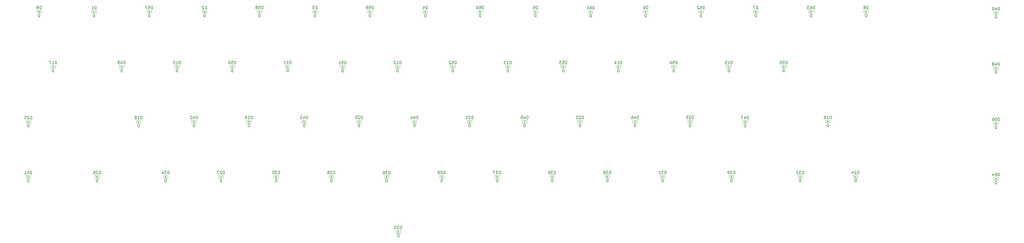
<source format=gbr>
G04 #@! TF.GenerationSoftware,KiCad,Pcbnew,(5.1.5)-2*
G04 #@! TF.CreationDate,2020-03-07T20:44:30+01:00*
G04 #@! TF.ProjectId,VIC20_kbd,56494332-305f-46b6-9264-2e6b69636164,rev?*
G04 #@! TF.SameCoordinates,Original*
G04 #@! TF.FileFunction,Other,Fab,Bot*
%FSLAX46Y46*%
G04 Gerber Fmt 4.6, Leading zero omitted, Abs format (unit mm)*
G04 Created by KiCad (PCBNEW (5.1.5)-2) date 2020-03-07 20:44:30*
%MOMM*%
%LPD*%
G04 APERTURE LIST*
%ADD10C,0.100000*%
%ADD11C,0.150000*%
G04 APERTURE END LIST*
D10*
X23070000Y-60360000D02*
X22870000Y-60360000D01*
X23370000Y-60360000D02*
X23570000Y-60360000D01*
X23370000Y-60160000D02*
X23370000Y-60560000D01*
X23070000Y-60560000D02*
X23070000Y-60160000D01*
X23370000Y-60360000D02*
X23070000Y-60560000D01*
X23070000Y-60160000D02*
X23370000Y-60360000D01*
X24070000Y-60810000D02*
X24070000Y-59910000D01*
X22470000Y-60810000D02*
X24070000Y-60810000D01*
X22470000Y-59910000D02*
X22470000Y-60810000D01*
X24070000Y-59910000D02*
X22470000Y-59910000D01*
X61520000Y-60290000D02*
X61320000Y-60290000D01*
X61820000Y-60290000D02*
X62020000Y-60290000D01*
X61820000Y-60090000D02*
X61820000Y-60490000D01*
X61520000Y-60490000D02*
X61520000Y-60090000D01*
X61820000Y-60290000D02*
X61520000Y-60490000D01*
X61520000Y-60090000D02*
X61820000Y-60290000D01*
X62520000Y-60740000D02*
X62520000Y-59840000D01*
X60920000Y-60740000D02*
X62520000Y-60740000D01*
X60920000Y-59840000D02*
X60920000Y-60740000D01*
X62520000Y-59840000D02*
X60920000Y-59840000D01*
X99960000Y-60290000D02*
X99760000Y-60290000D01*
X100260000Y-60290000D02*
X100460000Y-60290000D01*
X100260000Y-60090000D02*
X100260000Y-60490000D01*
X99960000Y-60490000D02*
X99960000Y-60090000D01*
X100260000Y-60290000D02*
X99960000Y-60490000D01*
X99960000Y-60090000D02*
X100260000Y-60290000D01*
X100960000Y-60740000D02*
X100960000Y-59840000D01*
X99360000Y-60740000D02*
X100960000Y-60740000D01*
X99360000Y-59840000D02*
X99360000Y-60740000D01*
X100960000Y-59840000D02*
X99360000Y-59840000D01*
X138330000Y-60290000D02*
X138130000Y-60290000D01*
X138630000Y-60290000D02*
X138830000Y-60290000D01*
X138630000Y-60090000D02*
X138630000Y-60490000D01*
X138330000Y-60490000D02*
X138330000Y-60090000D01*
X138630000Y-60290000D02*
X138330000Y-60490000D01*
X138330000Y-60090000D02*
X138630000Y-60290000D01*
X139330000Y-60740000D02*
X139330000Y-59840000D01*
X137730000Y-60740000D02*
X139330000Y-60740000D01*
X137730000Y-59840000D02*
X137730000Y-60740000D01*
X139330000Y-59840000D02*
X137730000Y-59840000D01*
X176660000Y-60290000D02*
X176460000Y-60290000D01*
X176960000Y-60290000D02*
X177160000Y-60290000D01*
X176960000Y-60090000D02*
X176960000Y-60490000D01*
X176660000Y-60490000D02*
X176660000Y-60090000D01*
X176960000Y-60290000D02*
X176660000Y-60490000D01*
X176660000Y-60090000D02*
X176960000Y-60290000D01*
X177660000Y-60740000D02*
X177660000Y-59840000D01*
X176060000Y-60740000D02*
X177660000Y-60740000D01*
X176060000Y-59840000D02*
X176060000Y-60740000D01*
X177660000Y-59840000D02*
X176060000Y-59840000D01*
X214980000Y-60290000D02*
X214780000Y-60290000D01*
X215280000Y-60290000D02*
X215480000Y-60290000D01*
X215280000Y-60090000D02*
X215280000Y-60490000D01*
X214980000Y-60490000D02*
X214980000Y-60090000D01*
X215280000Y-60290000D02*
X214980000Y-60490000D01*
X214980000Y-60090000D02*
X215280000Y-60290000D01*
X215980000Y-60740000D02*
X215980000Y-59840000D01*
X214380000Y-60740000D02*
X215980000Y-60740000D01*
X214380000Y-59840000D02*
X214380000Y-60740000D01*
X215980000Y-59840000D02*
X214380000Y-59840000D01*
X253310000Y-60290000D02*
X253110000Y-60290000D01*
X253610000Y-60290000D02*
X253810000Y-60290000D01*
X253610000Y-60090000D02*
X253610000Y-60490000D01*
X253310000Y-60490000D02*
X253310000Y-60090000D01*
X253610000Y-60290000D02*
X253310000Y-60490000D01*
X253310000Y-60090000D02*
X253610000Y-60290000D01*
X254310000Y-60740000D02*
X254310000Y-59840000D01*
X252710000Y-60740000D02*
X254310000Y-60740000D01*
X252710000Y-59840000D02*
X252710000Y-60740000D01*
X254310000Y-59840000D02*
X252710000Y-59840000D01*
X291680000Y-60290000D02*
X291480000Y-60290000D01*
X291980000Y-60290000D02*
X292180000Y-60290000D01*
X291980000Y-60090000D02*
X291980000Y-60490000D01*
X291680000Y-60490000D02*
X291680000Y-60090000D01*
X291980000Y-60290000D02*
X291680000Y-60490000D01*
X291680000Y-60090000D02*
X291980000Y-60290000D01*
X292680000Y-60740000D02*
X292680000Y-59840000D01*
X291080000Y-60740000D02*
X292680000Y-60740000D01*
X291080000Y-59840000D02*
X291080000Y-60740000D01*
X292680000Y-59840000D02*
X291080000Y-59840000D01*
X3950000Y-60290000D02*
X3750000Y-60290000D01*
X4250000Y-60290000D02*
X4450000Y-60290000D01*
X4250000Y-60090000D02*
X4250000Y-60490000D01*
X3950000Y-60490000D02*
X3950000Y-60090000D01*
X4250000Y-60290000D02*
X3950000Y-60490000D01*
X3950000Y-60090000D02*
X4250000Y-60290000D01*
X4950000Y-60740000D02*
X4950000Y-59840000D01*
X3350000Y-60740000D02*
X4950000Y-60740000D01*
X3350000Y-59840000D02*
X3350000Y-60740000D01*
X4950000Y-59840000D02*
X3350000Y-59840000D01*
X51950000Y-79490000D02*
X51750000Y-79490000D01*
X52250000Y-79490000D02*
X52450000Y-79490000D01*
X52250000Y-79290000D02*
X52250000Y-79690000D01*
X51950000Y-79690000D02*
X51950000Y-79290000D01*
X52250000Y-79490000D02*
X51950000Y-79690000D01*
X51950000Y-79290000D02*
X52250000Y-79490000D01*
X52950000Y-79940000D02*
X52950000Y-79040000D01*
X51350000Y-79940000D02*
X52950000Y-79940000D01*
X51350000Y-79040000D02*
X51350000Y-79940000D01*
X52950000Y-79040000D02*
X51350000Y-79040000D01*
X90400000Y-79450000D02*
X90200000Y-79450000D01*
X90700000Y-79450000D02*
X90900000Y-79450000D01*
X90700000Y-79250000D02*
X90700000Y-79650000D01*
X90400000Y-79650000D02*
X90400000Y-79250000D01*
X90700000Y-79450000D02*
X90400000Y-79650000D01*
X90400000Y-79250000D02*
X90700000Y-79450000D01*
X91400000Y-79900000D02*
X91400000Y-79000000D01*
X89800000Y-79900000D02*
X91400000Y-79900000D01*
X89800000Y-79000000D02*
X89800000Y-79900000D01*
X91400000Y-79000000D02*
X89800000Y-79000000D01*
X128690000Y-79490000D02*
X128490000Y-79490000D01*
X128990000Y-79490000D02*
X129190000Y-79490000D01*
X128990000Y-79290000D02*
X128990000Y-79690000D01*
X128690000Y-79690000D02*
X128690000Y-79290000D01*
X128990000Y-79490000D02*
X128690000Y-79690000D01*
X128690000Y-79290000D02*
X128990000Y-79490000D01*
X129690000Y-79940000D02*
X129690000Y-79040000D01*
X128090000Y-79940000D02*
X129690000Y-79940000D01*
X128090000Y-79040000D02*
X128090000Y-79940000D01*
X129690000Y-79040000D02*
X128090000Y-79040000D01*
X167020000Y-79490000D02*
X166820000Y-79490000D01*
X167320000Y-79490000D02*
X167520000Y-79490000D01*
X167320000Y-79290000D02*
X167320000Y-79690000D01*
X167020000Y-79690000D02*
X167020000Y-79290000D01*
X167320000Y-79490000D02*
X167020000Y-79690000D01*
X167020000Y-79290000D02*
X167320000Y-79490000D01*
X168020000Y-79940000D02*
X168020000Y-79040000D01*
X166420000Y-79940000D02*
X168020000Y-79940000D01*
X166420000Y-79040000D02*
X166420000Y-79940000D01*
X168020000Y-79040000D02*
X166420000Y-79040000D01*
X205460000Y-79490000D02*
X205260000Y-79490000D01*
X205760000Y-79490000D02*
X205960000Y-79490000D01*
X205760000Y-79290000D02*
X205760000Y-79690000D01*
X205460000Y-79690000D02*
X205460000Y-79290000D01*
X205760000Y-79490000D02*
X205460000Y-79690000D01*
X205460000Y-79290000D02*
X205760000Y-79490000D01*
X206460000Y-79940000D02*
X206460000Y-79040000D01*
X204860000Y-79940000D02*
X206460000Y-79940000D01*
X204860000Y-79040000D02*
X204860000Y-79940000D01*
X206460000Y-79040000D02*
X204860000Y-79040000D01*
X243940000Y-79530000D02*
X243740000Y-79530000D01*
X244240000Y-79530000D02*
X244440000Y-79530000D01*
X244240000Y-79330000D02*
X244240000Y-79730000D01*
X243940000Y-79730000D02*
X243940000Y-79330000D01*
X244240000Y-79530000D02*
X243940000Y-79730000D01*
X243940000Y-79330000D02*
X244240000Y-79530000D01*
X244940000Y-79980000D02*
X244940000Y-79080000D01*
X243340000Y-79980000D02*
X244940000Y-79980000D01*
X243340000Y-79080000D02*
X243340000Y-79980000D01*
X244940000Y-79080000D02*
X243340000Y-79080000D01*
X278380000Y-98620000D02*
X278180000Y-98620000D01*
X278680000Y-98620000D02*
X278880000Y-98620000D01*
X278680000Y-98420000D02*
X278680000Y-98820000D01*
X278380000Y-98820000D02*
X278380000Y-98420000D01*
X278680000Y-98620000D02*
X278380000Y-98820000D01*
X278380000Y-98420000D02*
X278680000Y-98620000D01*
X279380000Y-99070000D02*
X279380000Y-98170000D01*
X277780000Y-99070000D02*
X279380000Y-99070000D01*
X277780000Y-98170000D02*
X277780000Y-99070000D01*
X279380000Y-98170000D02*
X277780000Y-98170000D01*
X8830000Y-79490000D02*
X8630000Y-79490000D01*
X9130000Y-79490000D02*
X9330000Y-79490000D01*
X9130000Y-79290000D02*
X9130000Y-79690000D01*
X8830000Y-79690000D02*
X8830000Y-79290000D01*
X9130000Y-79490000D02*
X8830000Y-79690000D01*
X8830000Y-79290000D02*
X9130000Y-79490000D01*
X9830000Y-79940000D02*
X9830000Y-79040000D01*
X8230000Y-79940000D02*
X9830000Y-79940000D01*
X8230000Y-79040000D02*
X8230000Y-79940000D01*
X9830000Y-79040000D02*
X8230000Y-79040000D01*
X38580000Y-98690000D02*
X38380000Y-98690000D01*
X38880000Y-98690000D02*
X39080000Y-98690000D01*
X38880000Y-98490000D02*
X38880000Y-98890000D01*
X38580000Y-98890000D02*
X38580000Y-98490000D01*
X38880000Y-98690000D02*
X38580000Y-98890000D01*
X38580000Y-98490000D02*
X38880000Y-98690000D01*
X39580000Y-99140000D02*
X39580000Y-98240000D01*
X37980000Y-99140000D02*
X39580000Y-99140000D01*
X37980000Y-98240000D02*
X37980000Y-99140000D01*
X39580000Y-98240000D02*
X37980000Y-98240000D01*
X76950000Y-98650000D02*
X76750000Y-98650000D01*
X77250000Y-98650000D02*
X77450000Y-98650000D01*
X77250000Y-98450000D02*
X77250000Y-98850000D01*
X76950000Y-98850000D02*
X76950000Y-98450000D01*
X77250000Y-98650000D02*
X76950000Y-98850000D01*
X76950000Y-98450000D02*
X77250000Y-98650000D01*
X77950000Y-99100000D02*
X77950000Y-98200000D01*
X76350000Y-99100000D02*
X77950000Y-99100000D01*
X76350000Y-98200000D02*
X76350000Y-99100000D01*
X77950000Y-98200000D02*
X76350000Y-98200000D01*
X115280000Y-98650000D02*
X115080000Y-98650000D01*
X115580000Y-98650000D02*
X115780000Y-98650000D01*
X115580000Y-98450000D02*
X115580000Y-98850000D01*
X115280000Y-98850000D02*
X115280000Y-98450000D01*
X115580000Y-98650000D02*
X115280000Y-98850000D01*
X115280000Y-98450000D02*
X115580000Y-98650000D01*
X116280000Y-99100000D02*
X116280000Y-98200000D01*
X114680000Y-99100000D02*
X116280000Y-99100000D01*
X114680000Y-98200000D02*
X114680000Y-99100000D01*
X116280000Y-98200000D02*
X114680000Y-98200000D01*
X153760000Y-98650000D02*
X153560000Y-98650000D01*
X154060000Y-98650000D02*
X154260000Y-98650000D01*
X154060000Y-98450000D02*
X154060000Y-98850000D01*
X153760000Y-98850000D02*
X153760000Y-98450000D01*
X154060000Y-98650000D02*
X153760000Y-98850000D01*
X153760000Y-98450000D02*
X154060000Y-98650000D01*
X154760000Y-99100000D02*
X154760000Y-98200000D01*
X153160000Y-99100000D02*
X154760000Y-99100000D01*
X153160000Y-98200000D02*
X153160000Y-99100000D01*
X154760000Y-98200000D02*
X153160000Y-98200000D01*
X192120000Y-98620000D02*
X191920000Y-98620000D01*
X192420000Y-98620000D02*
X192620000Y-98620000D01*
X192420000Y-98420000D02*
X192420000Y-98820000D01*
X192120000Y-98820000D02*
X192120000Y-98420000D01*
X192420000Y-98620000D02*
X192120000Y-98820000D01*
X192120000Y-98420000D02*
X192420000Y-98620000D01*
X193120000Y-99070000D02*
X193120000Y-98170000D01*
X191520000Y-99070000D02*
X193120000Y-99070000D01*
X191520000Y-98170000D02*
X191520000Y-99070000D01*
X193120000Y-98170000D02*
X191520000Y-98170000D01*
X230450000Y-98650000D02*
X230250000Y-98650000D01*
X230750000Y-98650000D02*
X230950000Y-98650000D01*
X230750000Y-98450000D02*
X230750000Y-98850000D01*
X230450000Y-98850000D02*
X230450000Y-98450000D01*
X230750000Y-98650000D02*
X230450000Y-98850000D01*
X230450000Y-98450000D02*
X230750000Y-98650000D01*
X231450000Y-99100000D02*
X231450000Y-98200000D01*
X229850000Y-99100000D02*
X231450000Y-99100000D01*
X229850000Y-98200000D02*
X229850000Y-99100000D01*
X231450000Y-98200000D02*
X229850000Y-98200000D01*
X288020000Y-117880000D02*
X287820000Y-117880000D01*
X288320000Y-117880000D02*
X288520000Y-117880000D01*
X288320000Y-117680000D02*
X288320000Y-118080000D01*
X288020000Y-118080000D02*
X288020000Y-117680000D01*
X288320000Y-117880000D02*
X288020000Y-118080000D01*
X288020000Y-117680000D02*
X288320000Y-117880000D01*
X289020000Y-118330000D02*
X289020000Y-117430000D01*
X287420000Y-118330000D02*
X289020000Y-118330000D01*
X287420000Y-117430000D02*
X287420000Y-118330000D01*
X289020000Y-117430000D02*
X287420000Y-117430000D01*
X210000Y-98690000D02*
X10000Y-98690000D01*
X510000Y-98690000D02*
X710000Y-98690000D01*
X510000Y-98490000D02*
X510000Y-98890000D01*
X210000Y-98890000D02*
X210000Y-98490000D01*
X510000Y-98690000D02*
X210000Y-98890000D01*
X210000Y-98490000D02*
X510000Y-98690000D01*
X1210000Y-99140000D02*
X1210000Y-98240000D01*
X-390000Y-99140000D02*
X1210000Y-99140000D01*
X-390000Y-98240000D02*
X-390000Y-99140000D01*
X1210000Y-98240000D02*
X-390000Y-98240000D01*
X24130000Y-117880000D02*
X23930000Y-117880000D01*
X24430000Y-117880000D02*
X24630000Y-117880000D01*
X24430000Y-117680000D02*
X24430000Y-118080000D01*
X24130000Y-118080000D02*
X24130000Y-117680000D01*
X24430000Y-117880000D02*
X24130000Y-118080000D01*
X24130000Y-117680000D02*
X24430000Y-117880000D01*
X25130000Y-118330000D02*
X25130000Y-117430000D01*
X23530000Y-118330000D02*
X25130000Y-118330000D01*
X23530000Y-117430000D02*
X23530000Y-118330000D01*
X25130000Y-117430000D02*
X23530000Y-117430000D01*
X67240000Y-117880000D02*
X67040000Y-117880000D01*
X67540000Y-117880000D02*
X67740000Y-117880000D01*
X67540000Y-117680000D02*
X67540000Y-118080000D01*
X67240000Y-118080000D02*
X67240000Y-117680000D01*
X67540000Y-117880000D02*
X67240000Y-118080000D01*
X67240000Y-117680000D02*
X67540000Y-117880000D01*
X68240000Y-118330000D02*
X68240000Y-117430000D01*
X66640000Y-118330000D02*
X68240000Y-118330000D01*
X66640000Y-117430000D02*
X66640000Y-118330000D01*
X68240000Y-117430000D02*
X66640000Y-117430000D01*
X105660000Y-117880000D02*
X105460000Y-117880000D01*
X105960000Y-117880000D02*
X106160000Y-117880000D01*
X105960000Y-117680000D02*
X105960000Y-118080000D01*
X105660000Y-118080000D02*
X105660000Y-117680000D01*
X105960000Y-117880000D02*
X105660000Y-118080000D01*
X105660000Y-117680000D02*
X105960000Y-117880000D01*
X106660000Y-118330000D02*
X106660000Y-117430000D01*
X105060000Y-118330000D02*
X106660000Y-118330000D01*
X105060000Y-117430000D02*
X105060000Y-118330000D01*
X106660000Y-117430000D02*
X105060000Y-117430000D01*
X144050000Y-117880000D02*
X143850000Y-117880000D01*
X144350000Y-117880000D02*
X144550000Y-117880000D01*
X144350000Y-117680000D02*
X144350000Y-118080000D01*
X144050000Y-118080000D02*
X144050000Y-117680000D01*
X144350000Y-117880000D02*
X144050000Y-118080000D01*
X144050000Y-117680000D02*
X144350000Y-117880000D01*
X145050000Y-118330000D02*
X145050000Y-117430000D01*
X143450000Y-118330000D02*
X145050000Y-118330000D01*
X143450000Y-117430000D02*
X143450000Y-118330000D01*
X145050000Y-117430000D02*
X143450000Y-117430000D01*
X182440000Y-117880000D02*
X182240000Y-117880000D01*
X182740000Y-117880000D02*
X182940000Y-117880000D01*
X182740000Y-117680000D02*
X182740000Y-118080000D01*
X182440000Y-118080000D02*
X182440000Y-117680000D01*
X182740000Y-117880000D02*
X182440000Y-118080000D01*
X182440000Y-117680000D02*
X182740000Y-117880000D01*
X183440000Y-118330000D02*
X183440000Y-117430000D01*
X181840000Y-118330000D02*
X183440000Y-118330000D01*
X181840000Y-117430000D02*
X181840000Y-118330000D01*
X183440000Y-117430000D02*
X181840000Y-117430000D01*
X220910000Y-117880000D02*
X220710000Y-117880000D01*
X221210000Y-117880000D02*
X221410000Y-117880000D01*
X221210000Y-117680000D02*
X221210000Y-118080000D01*
X220910000Y-118080000D02*
X220910000Y-117680000D01*
X221210000Y-117880000D02*
X220910000Y-118080000D01*
X220910000Y-117680000D02*
X221210000Y-117880000D01*
X221910000Y-118330000D02*
X221910000Y-117430000D01*
X220310000Y-118330000D02*
X221910000Y-118330000D01*
X220310000Y-117430000D02*
X220310000Y-118330000D01*
X221910000Y-117430000D02*
X220310000Y-117430000D01*
X268770000Y-117880000D02*
X268570000Y-117880000D01*
X269070000Y-117880000D02*
X269270000Y-117880000D01*
X269070000Y-117680000D02*
X269070000Y-118080000D01*
X268770000Y-118080000D02*
X268770000Y-117680000D01*
X269070000Y-117880000D02*
X268770000Y-118080000D01*
X268770000Y-117680000D02*
X269070000Y-117880000D01*
X269770000Y-118330000D02*
X269770000Y-117430000D01*
X268170000Y-118330000D02*
X269770000Y-118330000D01*
X268170000Y-117430000D02*
X268170000Y-118330000D01*
X269770000Y-117430000D02*
X268170000Y-117430000D01*
X128920000Y-137100000D02*
X128720000Y-137100000D01*
X129220000Y-137100000D02*
X129420000Y-137100000D01*
X129220000Y-136900000D02*
X129220000Y-137300000D01*
X128920000Y-137300000D02*
X128920000Y-136900000D01*
X129220000Y-137100000D02*
X128920000Y-137300000D01*
X128920000Y-136900000D02*
X129220000Y-137100000D01*
X129920000Y-137550000D02*
X129920000Y-136650000D01*
X128320000Y-137550000D02*
X129920000Y-137550000D01*
X128320000Y-136650000D02*
X128320000Y-137550000D01*
X129920000Y-136650000D02*
X128320000Y-136650000D01*
X47990000Y-117880000D02*
X47790000Y-117880000D01*
X48290000Y-117880000D02*
X48490000Y-117880000D01*
X48290000Y-117680000D02*
X48290000Y-118080000D01*
X47990000Y-118080000D02*
X47990000Y-117680000D01*
X48290000Y-117880000D02*
X47990000Y-118080000D01*
X47990000Y-117680000D02*
X48290000Y-117880000D01*
X48990000Y-118330000D02*
X48990000Y-117430000D01*
X47390000Y-118330000D02*
X48990000Y-118330000D01*
X47390000Y-117430000D02*
X47390000Y-118330000D01*
X48990000Y-117430000D02*
X47390000Y-117430000D01*
X86440000Y-117880000D02*
X86240000Y-117880000D01*
X86740000Y-117880000D02*
X86940000Y-117880000D01*
X86740000Y-117680000D02*
X86740000Y-118080000D01*
X86440000Y-118080000D02*
X86440000Y-117680000D01*
X86740000Y-117880000D02*
X86440000Y-118080000D01*
X86440000Y-117680000D02*
X86740000Y-117880000D01*
X87440000Y-118330000D02*
X87440000Y-117430000D01*
X85840000Y-118330000D02*
X87440000Y-118330000D01*
X85840000Y-117430000D02*
X85840000Y-118330000D01*
X87440000Y-117430000D02*
X85840000Y-117430000D01*
X124860000Y-117910000D02*
X124660000Y-117910000D01*
X125160000Y-117910000D02*
X125360000Y-117910000D01*
X125160000Y-117710000D02*
X125160000Y-118110000D01*
X124860000Y-118110000D02*
X124860000Y-117710000D01*
X125160000Y-117910000D02*
X124860000Y-118110000D01*
X124860000Y-117710000D02*
X125160000Y-117910000D01*
X125860000Y-118360000D02*
X125860000Y-117460000D01*
X124260000Y-118360000D02*
X125860000Y-118360000D01*
X124260000Y-117460000D02*
X124260000Y-118360000D01*
X125860000Y-117460000D02*
X124260000Y-117460000D01*
X163330000Y-117880000D02*
X163130000Y-117880000D01*
X163630000Y-117880000D02*
X163830000Y-117880000D01*
X163630000Y-117680000D02*
X163630000Y-118080000D01*
X163330000Y-118080000D02*
X163330000Y-117680000D01*
X163630000Y-117880000D02*
X163330000Y-118080000D01*
X163330000Y-117680000D02*
X163630000Y-117880000D01*
X164330000Y-118330000D02*
X164330000Y-117430000D01*
X162730000Y-118330000D02*
X164330000Y-118330000D01*
X162730000Y-117430000D02*
X162730000Y-118330000D01*
X164330000Y-117430000D02*
X162730000Y-117430000D01*
X201660000Y-117880000D02*
X201460000Y-117880000D01*
X201960000Y-117880000D02*
X202160000Y-117880000D01*
X201960000Y-117680000D02*
X201960000Y-118080000D01*
X201660000Y-118080000D02*
X201660000Y-117680000D01*
X201960000Y-117880000D02*
X201660000Y-118080000D01*
X201660000Y-117680000D02*
X201960000Y-117880000D01*
X202660000Y-118330000D02*
X202660000Y-117430000D01*
X201060000Y-118330000D02*
X202660000Y-118330000D01*
X201060000Y-117430000D02*
X201060000Y-118330000D01*
X202660000Y-117430000D02*
X201060000Y-117430000D01*
X244850000Y-117880000D02*
X244650000Y-117880000D01*
X245150000Y-117880000D02*
X245350000Y-117880000D01*
X245150000Y-117680000D02*
X245150000Y-118080000D01*
X244850000Y-118080000D02*
X244850000Y-117680000D01*
X245150000Y-117880000D02*
X244850000Y-118080000D01*
X244850000Y-117680000D02*
X245150000Y-117880000D01*
X245850000Y-118330000D02*
X245850000Y-117430000D01*
X244250000Y-118330000D02*
X245850000Y-118330000D01*
X244250000Y-117430000D02*
X244250000Y-118330000D01*
X245850000Y-117430000D02*
X244250000Y-117430000D01*
X336870000Y-60710000D02*
X336670000Y-60710000D01*
X337170000Y-60710000D02*
X337370000Y-60710000D01*
X337170000Y-60510000D02*
X337170000Y-60910000D01*
X336870000Y-60910000D02*
X336870000Y-60510000D01*
X337170000Y-60710000D02*
X336870000Y-60910000D01*
X336870000Y-60510000D02*
X337170000Y-60710000D01*
X337870000Y-61160000D02*
X337870000Y-60260000D01*
X336270000Y-61160000D02*
X337870000Y-61160000D01*
X336270000Y-60260000D02*
X336270000Y-61160000D01*
X337870000Y-60260000D02*
X336270000Y-60260000D01*
X190000Y-117910000D02*
X-10000Y-117910000D01*
X490000Y-117910000D02*
X690000Y-117910000D01*
X490000Y-117710000D02*
X490000Y-118110000D01*
X190000Y-118110000D02*
X190000Y-117710000D01*
X490000Y-117910000D02*
X190000Y-118110000D01*
X190000Y-117710000D02*
X490000Y-117910000D01*
X1190000Y-118360000D02*
X1190000Y-117460000D01*
X-410000Y-118360000D02*
X1190000Y-118360000D01*
X-410000Y-117460000D02*
X-410000Y-118360000D01*
X1190000Y-117460000D02*
X-410000Y-117460000D01*
X57820000Y-98650000D02*
X57620000Y-98650000D01*
X58120000Y-98650000D02*
X58320000Y-98650000D01*
X58120000Y-98450000D02*
X58120000Y-98850000D01*
X57820000Y-98850000D02*
X57820000Y-98450000D01*
X58120000Y-98650000D02*
X57820000Y-98850000D01*
X57820000Y-98450000D02*
X58120000Y-98650000D01*
X58820000Y-99100000D02*
X58820000Y-98200000D01*
X57220000Y-99100000D02*
X58820000Y-99100000D01*
X57220000Y-98200000D02*
X57220000Y-99100000D01*
X58820000Y-98200000D02*
X57220000Y-98200000D01*
X96190000Y-98650000D02*
X95990000Y-98650000D01*
X96490000Y-98650000D02*
X96690000Y-98650000D01*
X96490000Y-98450000D02*
X96490000Y-98850000D01*
X96190000Y-98850000D02*
X96190000Y-98450000D01*
X96490000Y-98650000D02*
X96190000Y-98850000D01*
X96190000Y-98450000D02*
X96490000Y-98650000D01*
X97190000Y-99100000D02*
X97190000Y-98200000D01*
X95590000Y-99100000D02*
X97190000Y-99100000D01*
X95590000Y-98200000D02*
X95590000Y-99100000D01*
X97190000Y-98200000D02*
X95590000Y-98200000D01*
X134560000Y-98650000D02*
X134360000Y-98650000D01*
X134860000Y-98650000D02*
X135060000Y-98650000D01*
X134860000Y-98450000D02*
X134860000Y-98850000D01*
X134560000Y-98850000D02*
X134560000Y-98450000D01*
X134860000Y-98650000D02*
X134560000Y-98850000D01*
X134560000Y-98450000D02*
X134860000Y-98650000D01*
X135560000Y-99100000D02*
X135560000Y-98200000D01*
X133960000Y-99100000D02*
X135560000Y-99100000D01*
X133960000Y-98200000D02*
X133960000Y-99100000D01*
X135560000Y-98200000D02*
X133960000Y-98200000D01*
X172850000Y-98650000D02*
X172650000Y-98650000D01*
X173150000Y-98650000D02*
X173350000Y-98650000D01*
X173150000Y-98450000D02*
X173150000Y-98850000D01*
X172850000Y-98850000D02*
X172850000Y-98450000D01*
X173150000Y-98650000D02*
X172850000Y-98850000D01*
X172850000Y-98450000D02*
X173150000Y-98650000D01*
X173850000Y-99100000D02*
X173850000Y-98200000D01*
X172250000Y-99100000D02*
X173850000Y-99100000D01*
X172250000Y-98200000D02*
X172250000Y-99100000D01*
X173850000Y-98200000D02*
X172250000Y-98200000D01*
X211290000Y-98650000D02*
X211090000Y-98650000D01*
X211590000Y-98650000D02*
X211790000Y-98650000D01*
X211590000Y-98450000D02*
X211590000Y-98850000D01*
X211290000Y-98850000D02*
X211290000Y-98450000D01*
X211590000Y-98650000D02*
X211290000Y-98850000D01*
X211290000Y-98450000D02*
X211590000Y-98650000D01*
X212290000Y-99100000D02*
X212290000Y-98200000D01*
X210690000Y-99100000D02*
X212290000Y-99100000D01*
X210690000Y-98200000D02*
X210690000Y-99100000D01*
X212290000Y-98200000D02*
X210690000Y-98200000D01*
X249580000Y-98690000D02*
X249380000Y-98690000D01*
X249880000Y-98690000D02*
X250080000Y-98690000D01*
X249880000Y-98490000D02*
X249880000Y-98890000D01*
X249580000Y-98890000D02*
X249580000Y-98490000D01*
X249880000Y-98690000D02*
X249580000Y-98890000D01*
X249580000Y-98490000D02*
X249880000Y-98690000D01*
X250580000Y-99140000D02*
X250580000Y-98240000D01*
X248980000Y-99140000D02*
X250580000Y-99140000D01*
X248980000Y-98240000D02*
X248980000Y-99140000D01*
X250580000Y-98240000D02*
X248980000Y-98240000D01*
X336870000Y-79990000D02*
X336670000Y-79990000D01*
X337170000Y-79990000D02*
X337370000Y-79990000D01*
X337170000Y-79790000D02*
X337170000Y-80190000D01*
X336870000Y-80190000D02*
X336870000Y-79790000D01*
X337170000Y-79990000D02*
X336870000Y-80190000D01*
X336870000Y-79790000D02*
X337170000Y-79990000D01*
X337870000Y-80440000D02*
X337870000Y-79540000D01*
X336270000Y-80440000D02*
X337870000Y-80440000D01*
X336270000Y-79540000D02*
X336270000Y-80440000D01*
X337870000Y-79540000D02*
X336270000Y-79540000D01*
X32680000Y-79490000D02*
X32480000Y-79490000D01*
X32980000Y-79490000D02*
X33180000Y-79490000D01*
X32980000Y-79290000D02*
X32980000Y-79690000D01*
X32680000Y-79690000D02*
X32680000Y-79290000D01*
X32980000Y-79490000D02*
X32680000Y-79690000D01*
X32680000Y-79290000D02*
X32980000Y-79490000D01*
X33680000Y-79940000D02*
X33680000Y-79040000D01*
X32080000Y-79940000D02*
X33680000Y-79940000D01*
X32080000Y-79040000D02*
X32080000Y-79940000D01*
X33680000Y-79040000D02*
X32080000Y-79040000D01*
X71160000Y-79490000D02*
X70960000Y-79490000D01*
X71460000Y-79490000D02*
X71660000Y-79490000D01*
X71460000Y-79290000D02*
X71460000Y-79690000D01*
X71160000Y-79690000D02*
X71160000Y-79290000D01*
X71460000Y-79490000D02*
X71160000Y-79690000D01*
X71160000Y-79290000D02*
X71460000Y-79490000D01*
X72160000Y-79940000D02*
X72160000Y-79040000D01*
X70560000Y-79940000D02*
X72160000Y-79940000D01*
X70560000Y-79040000D02*
X70560000Y-79940000D01*
X72160000Y-79040000D02*
X70560000Y-79040000D01*
X109560000Y-79530000D02*
X109360000Y-79530000D01*
X109860000Y-79530000D02*
X110060000Y-79530000D01*
X109860000Y-79330000D02*
X109860000Y-79730000D01*
X109560000Y-79730000D02*
X109560000Y-79330000D01*
X109860000Y-79530000D02*
X109560000Y-79730000D01*
X109560000Y-79330000D02*
X109860000Y-79530000D01*
X110560000Y-79980000D02*
X110560000Y-79080000D01*
X108960000Y-79980000D02*
X110560000Y-79980000D01*
X108960000Y-79080000D02*
X108960000Y-79980000D01*
X110560000Y-79080000D02*
X108960000Y-79080000D01*
X147890000Y-79490000D02*
X147690000Y-79490000D01*
X148190000Y-79490000D02*
X148390000Y-79490000D01*
X148190000Y-79290000D02*
X148190000Y-79690000D01*
X147890000Y-79690000D02*
X147890000Y-79290000D01*
X148190000Y-79490000D02*
X147890000Y-79690000D01*
X147890000Y-79290000D02*
X148190000Y-79490000D01*
X148890000Y-79940000D02*
X148890000Y-79040000D01*
X147290000Y-79940000D02*
X148890000Y-79940000D01*
X147290000Y-79040000D02*
X147290000Y-79940000D01*
X148890000Y-79040000D02*
X147290000Y-79040000D01*
X186330000Y-79490000D02*
X186130000Y-79490000D01*
X186630000Y-79490000D02*
X186830000Y-79490000D01*
X186630000Y-79290000D02*
X186630000Y-79690000D01*
X186330000Y-79690000D02*
X186330000Y-79290000D01*
X186630000Y-79490000D02*
X186330000Y-79690000D01*
X186330000Y-79290000D02*
X186630000Y-79490000D01*
X187330000Y-79940000D02*
X187330000Y-79040000D01*
X185730000Y-79940000D02*
X187330000Y-79940000D01*
X185730000Y-79040000D02*
X185730000Y-79940000D01*
X187330000Y-79040000D02*
X185730000Y-79040000D01*
X224740000Y-79490000D02*
X224540000Y-79490000D01*
X225040000Y-79490000D02*
X225240000Y-79490000D01*
X225040000Y-79290000D02*
X225040000Y-79690000D01*
X224740000Y-79690000D02*
X224740000Y-79290000D01*
X225040000Y-79490000D02*
X224740000Y-79690000D01*
X224740000Y-79290000D02*
X225040000Y-79490000D01*
X225740000Y-79940000D02*
X225740000Y-79040000D01*
X224140000Y-79940000D02*
X225740000Y-79940000D01*
X224140000Y-79040000D02*
X224140000Y-79940000D01*
X225740000Y-79040000D02*
X224140000Y-79040000D01*
X263030000Y-79490000D02*
X262830000Y-79490000D01*
X263330000Y-79490000D02*
X263530000Y-79490000D01*
X263330000Y-79290000D02*
X263330000Y-79690000D01*
X263030000Y-79690000D02*
X263030000Y-79290000D01*
X263330000Y-79490000D02*
X263030000Y-79690000D01*
X263030000Y-79290000D02*
X263330000Y-79490000D01*
X264030000Y-79940000D02*
X264030000Y-79040000D01*
X262430000Y-79940000D02*
X264030000Y-79940000D01*
X262430000Y-79040000D02*
X262430000Y-79940000D01*
X264030000Y-79040000D02*
X262430000Y-79040000D01*
X336870000Y-99300000D02*
X336670000Y-99300000D01*
X337170000Y-99300000D02*
X337370000Y-99300000D01*
X337170000Y-99100000D02*
X337170000Y-99500000D01*
X336870000Y-99500000D02*
X336870000Y-99100000D01*
X337170000Y-99300000D02*
X336870000Y-99500000D01*
X336870000Y-99100000D02*
X337170000Y-99300000D01*
X337870000Y-99750000D02*
X337870000Y-98850000D01*
X336270000Y-99750000D02*
X337870000Y-99750000D01*
X336270000Y-98850000D02*
X336270000Y-99750000D01*
X337870000Y-98850000D02*
X336270000Y-98850000D01*
X42280000Y-60290000D02*
X42080000Y-60290000D01*
X42580000Y-60290000D02*
X42780000Y-60290000D01*
X42580000Y-60090000D02*
X42580000Y-60490000D01*
X42280000Y-60490000D02*
X42280000Y-60090000D01*
X42580000Y-60290000D02*
X42280000Y-60490000D01*
X42280000Y-60090000D02*
X42580000Y-60290000D01*
X43280000Y-60740000D02*
X43280000Y-59840000D01*
X41680000Y-60740000D02*
X43280000Y-60740000D01*
X41680000Y-59840000D02*
X41680000Y-60740000D01*
X43280000Y-59840000D02*
X41680000Y-59840000D01*
X80640000Y-60250000D02*
X80440000Y-60250000D01*
X80940000Y-60250000D02*
X81140000Y-60250000D01*
X80940000Y-60050000D02*
X80940000Y-60450000D01*
X80640000Y-60450000D02*
X80640000Y-60050000D01*
X80940000Y-60250000D02*
X80640000Y-60450000D01*
X80640000Y-60050000D02*
X80940000Y-60250000D01*
X81640000Y-60700000D02*
X81640000Y-59800000D01*
X80040000Y-60700000D02*
X81640000Y-60700000D01*
X80040000Y-59800000D02*
X80040000Y-60700000D01*
X81640000Y-59800000D02*
X80040000Y-59800000D01*
X119050000Y-60290000D02*
X118850000Y-60290000D01*
X119350000Y-60290000D02*
X119550000Y-60290000D01*
X119350000Y-60090000D02*
X119350000Y-60490000D01*
X119050000Y-60490000D02*
X119050000Y-60090000D01*
X119350000Y-60290000D02*
X119050000Y-60490000D01*
X119050000Y-60090000D02*
X119350000Y-60290000D01*
X120050000Y-60740000D02*
X120050000Y-59840000D01*
X118450000Y-60740000D02*
X120050000Y-60740000D01*
X118450000Y-59840000D02*
X118450000Y-60740000D01*
X120050000Y-59840000D02*
X118450000Y-59840000D01*
X157380000Y-60250000D02*
X157180000Y-60250000D01*
X157680000Y-60250000D02*
X157880000Y-60250000D01*
X157680000Y-60050000D02*
X157680000Y-60450000D01*
X157380000Y-60450000D02*
X157380000Y-60050000D01*
X157680000Y-60250000D02*
X157380000Y-60450000D01*
X157380000Y-60050000D02*
X157680000Y-60250000D01*
X158380000Y-60700000D02*
X158380000Y-59800000D01*
X156780000Y-60700000D02*
X158380000Y-60700000D01*
X156780000Y-59800000D02*
X156780000Y-60700000D01*
X158380000Y-59800000D02*
X156780000Y-59800000D01*
X195860000Y-60330000D02*
X195660000Y-60330000D01*
X196160000Y-60330000D02*
X196360000Y-60330000D01*
X196160000Y-60130000D02*
X196160000Y-60530000D01*
X195860000Y-60530000D02*
X195860000Y-60130000D01*
X196160000Y-60330000D02*
X195860000Y-60530000D01*
X195860000Y-60130000D02*
X196160000Y-60330000D01*
X196860000Y-60780000D02*
X196860000Y-59880000D01*
X195260000Y-60780000D02*
X196860000Y-60780000D01*
X195260000Y-59880000D02*
X195260000Y-60780000D01*
X196860000Y-59880000D02*
X195260000Y-59880000D01*
X234220000Y-60290000D02*
X234020000Y-60290000D01*
X234520000Y-60290000D02*
X234720000Y-60290000D01*
X234520000Y-60090000D02*
X234520000Y-60490000D01*
X234220000Y-60490000D02*
X234220000Y-60090000D01*
X234520000Y-60290000D02*
X234220000Y-60490000D01*
X234220000Y-60090000D02*
X234520000Y-60290000D01*
X235220000Y-60740000D02*
X235220000Y-59840000D01*
X233620000Y-60740000D02*
X235220000Y-60740000D01*
X233620000Y-59840000D02*
X233620000Y-60740000D01*
X235220000Y-59840000D02*
X233620000Y-59840000D01*
X272550000Y-60290000D02*
X272350000Y-60290000D01*
X272850000Y-60290000D02*
X273050000Y-60290000D01*
X272850000Y-60090000D02*
X272850000Y-60490000D01*
X272550000Y-60490000D02*
X272550000Y-60090000D01*
X272850000Y-60290000D02*
X272550000Y-60490000D01*
X272550000Y-60090000D02*
X272850000Y-60290000D01*
X273550000Y-60740000D02*
X273550000Y-59840000D01*
X271950000Y-60740000D02*
X273550000Y-60740000D01*
X271950000Y-59840000D02*
X271950000Y-60740000D01*
X273550000Y-59840000D02*
X271950000Y-59840000D01*
X336870000Y-118580000D02*
X336670000Y-118580000D01*
X337170000Y-118580000D02*
X337370000Y-118580000D01*
X337170000Y-118380000D02*
X337170000Y-118780000D01*
X336870000Y-118780000D02*
X336870000Y-118380000D01*
X337170000Y-118580000D02*
X336870000Y-118780000D01*
X336870000Y-118380000D02*
X337170000Y-118580000D01*
X337870000Y-119030000D02*
X337870000Y-118130000D01*
X336270000Y-119030000D02*
X337870000Y-119030000D01*
X336270000Y-118130000D02*
X336270000Y-119030000D01*
X337870000Y-118130000D02*
X336270000Y-118130000D01*
D11*
X23531904Y-62212380D02*
X23531904Y-61212380D01*
X23293809Y-61212380D01*
X23150952Y-61260000D01*
X23055714Y-61355238D01*
X23008095Y-61450476D01*
X22960476Y-61640952D01*
X22960476Y-61783809D01*
X23008095Y-61974285D01*
X23055714Y-62069523D01*
X23150952Y-62164761D01*
X23293809Y-62212380D01*
X23531904Y-62212380D01*
X24008095Y-59412380D02*
X24008095Y-58412380D01*
X23770000Y-58412380D01*
X23627142Y-58460000D01*
X23531904Y-58555238D01*
X23484285Y-58650476D01*
X23436666Y-58840952D01*
X23436666Y-58983809D01*
X23484285Y-59174285D01*
X23531904Y-59269523D01*
X23627142Y-59364761D01*
X23770000Y-59412380D01*
X24008095Y-59412380D01*
X22484285Y-59412380D02*
X23055714Y-59412380D01*
X22770000Y-59412380D02*
X22770000Y-58412380D01*
X22865238Y-58555238D01*
X22960476Y-58650476D01*
X23055714Y-58698095D01*
X61981904Y-62142380D02*
X61981904Y-61142380D01*
X61743809Y-61142380D01*
X61600952Y-61190000D01*
X61505714Y-61285238D01*
X61458095Y-61380476D01*
X61410476Y-61570952D01*
X61410476Y-61713809D01*
X61458095Y-61904285D01*
X61505714Y-61999523D01*
X61600952Y-62094761D01*
X61743809Y-62142380D01*
X61981904Y-62142380D01*
X62458095Y-59342380D02*
X62458095Y-58342380D01*
X62220000Y-58342380D01*
X62077142Y-58390000D01*
X61981904Y-58485238D01*
X61934285Y-58580476D01*
X61886666Y-58770952D01*
X61886666Y-58913809D01*
X61934285Y-59104285D01*
X61981904Y-59199523D01*
X62077142Y-59294761D01*
X62220000Y-59342380D01*
X62458095Y-59342380D01*
X61505714Y-58437619D02*
X61458095Y-58390000D01*
X61362857Y-58342380D01*
X61124761Y-58342380D01*
X61029523Y-58390000D01*
X60981904Y-58437619D01*
X60934285Y-58532857D01*
X60934285Y-58628095D01*
X60981904Y-58770952D01*
X61553333Y-59342380D01*
X60934285Y-59342380D01*
X100421904Y-62142380D02*
X100421904Y-61142380D01*
X100183809Y-61142380D01*
X100040952Y-61190000D01*
X99945714Y-61285238D01*
X99898095Y-61380476D01*
X99850476Y-61570952D01*
X99850476Y-61713809D01*
X99898095Y-61904285D01*
X99945714Y-61999523D01*
X100040952Y-62094761D01*
X100183809Y-62142380D01*
X100421904Y-62142380D01*
X100898095Y-59342380D02*
X100898095Y-58342380D01*
X100660000Y-58342380D01*
X100517142Y-58390000D01*
X100421904Y-58485238D01*
X100374285Y-58580476D01*
X100326666Y-58770952D01*
X100326666Y-58913809D01*
X100374285Y-59104285D01*
X100421904Y-59199523D01*
X100517142Y-59294761D01*
X100660000Y-59342380D01*
X100898095Y-59342380D01*
X99993333Y-58342380D02*
X99374285Y-58342380D01*
X99707619Y-58723333D01*
X99564761Y-58723333D01*
X99469523Y-58770952D01*
X99421904Y-58818571D01*
X99374285Y-58913809D01*
X99374285Y-59151904D01*
X99421904Y-59247142D01*
X99469523Y-59294761D01*
X99564761Y-59342380D01*
X99850476Y-59342380D01*
X99945714Y-59294761D01*
X99993333Y-59247142D01*
X138791904Y-62142380D02*
X138791904Y-61142380D01*
X138553809Y-61142380D01*
X138410952Y-61190000D01*
X138315714Y-61285238D01*
X138268095Y-61380476D01*
X138220476Y-61570952D01*
X138220476Y-61713809D01*
X138268095Y-61904285D01*
X138315714Y-61999523D01*
X138410952Y-62094761D01*
X138553809Y-62142380D01*
X138791904Y-62142380D01*
X139268095Y-59342380D02*
X139268095Y-58342380D01*
X139030000Y-58342380D01*
X138887142Y-58390000D01*
X138791904Y-58485238D01*
X138744285Y-58580476D01*
X138696666Y-58770952D01*
X138696666Y-58913809D01*
X138744285Y-59104285D01*
X138791904Y-59199523D01*
X138887142Y-59294761D01*
X139030000Y-59342380D01*
X139268095Y-59342380D01*
X137839523Y-58675714D02*
X137839523Y-59342380D01*
X138077619Y-58294761D02*
X138315714Y-59009047D01*
X137696666Y-59009047D01*
X177121904Y-62142380D02*
X177121904Y-61142380D01*
X176883809Y-61142380D01*
X176740952Y-61190000D01*
X176645714Y-61285238D01*
X176598095Y-61380476D01*
X176550476Y-61570952D01*
X176550476Y-61713809D01*
X176598095Y-61904285D01*
X176645714Y-61999523D01*
X176740952Y-62094761D01*
X176883809Y-62142380D01*
X177121904Y-62142380D01*
X177598095Y-59342380D02*
X177598095Y-58342380D01*
X177360000Y-58342380D01*
X177217142Y-58390000D01*
X177121904Y-58485238D01*
X177074285Y-58580476D01*
X177026666Y-58770952D01*
X177026666Y-58913809D01*
X177074285Y-59104285D01*
X177121904Y-59199523D01*
X177217142Y-59294761D01*
X177360000Y-59342380D01*
X177598095Y-59342380D01*
X176121904Y-58342380D02*
X176598095Y-58342380D01*
X176645714Y-58818571D01*
X176598095Y-58770952D01*
X176502857Y-58723333D01*
X176264761Y-58723333D01*
X176169523Y-58770952D01*
X176121904Y-58818571D01*
X176074285Y-58913809D01*
X176074285Y-59151904D01*
X176121904Y-59247142D01*
X176169523Y-59294761D01*
X176264761Y-59342380D01*
X176502857Y-59342380D01*
X176598095Y-59294761D01*
X176645714Y-59247142D01*
X215441904Y-62142380D02*
X215441904Y-61142380D01*
X215203809Y-61142380D01*
X215060952Y-61190000D01*
X214965714Y-61285238D01*
X214918095Y-61380476D01*
X214870476Y-61570952D01*
X214870476Y-61713809D01*
X214918095Y-61904285D01*
X214965714Y-61999523D01*
X215060952Y-62094761D01*
X215203809Y-62142380D01*
X215441904Y-62142380D01*
X215918095Y-59342380D02*
X215918095Y-58342380D01*
X215680000Y-58342380D01*
X215537142Y-58390000D01*
X215441904Y-58485238D01*
X215394285Y-58580476D01*
X215346666Y-58770952D01*
X215346666Y-58913809D01*
X215394285Y-59104285D01*
X215441904Y-59199523D01*
X215537142Y-59294761D01*
X215680000Y-59342380D01*
X215918095Y-59342380D01*
X214489523Y-58342380D02*
X214680000Y-58342380D01*
X214775238Y-58390000D01*
X214822857Y-58437619D01*
X214918095Y-58580476D01*
X214965714Y-58770952D01*
X214965714Y-59151904D01*
X214918095Y-59247142D01*
X214870476Y-59294761D01*
X214775238Y-59342380D01*
X214584761Y-59342380D01*
X214489523Y-59294761D01*
X214441904Y-59247142D01*
X214394285Y-59151904D01*
X214394285Y-58913809D01*
X214441904Y-58818571D01*
X214489523Y-58770952D01*
X214584761Y-58723333D01*
X214775238Y-58723333D01*
X214870476Y-58770952D01*
X214918095Y-58818571D01*
X214965714Y-58913809D01*
X253771904Y-62142380D02*
X253771904Y-61142380D01*
X253533809Y-61142380D01*
X253390952Y-61190000D01*
X253295714Y-61285238D01*
X253248095Y-61380476D01*
X253200476Y-61570952D01*
X253200476Y-61713809D01*
X253248095Y-61904285D01*
X253295714Y-61999523D01*
X253390952Y-62094761D01*
X253533809Y-62142380D01*
X253771904Y-62142380D01*
X254248095Y-59342380D02*
X254248095Y-58342380D01*
X254010000Y-58342380D01*
X253867142Y-58390000D01*
X253771904Y-58485238D01*
X253724285Y-58580476D01*
X253676666Y-58770952D01*
X253676666Y-58913809D01*
X253724285Y-59104285D01*
X253771904Y-59199523D01*
X253867142Y-59294761D01*
X254010000Y-59342380D01*
X254248095Y-59342380D01*
X253343333Y-58342380D02*
X252676666Y-58342380D01*
X253105238Y-59342380D01*
X292141904Y-62142380D02*
X292141904Y-61142380D01*
X291903809Y-61142380D01*
X291760952Y-61190000D01*
X291665714Y-61285238D01*
X291618095Y-61380476D01*
X291570476Y-61570952D01*
X291570476Y-61713809D01*
X291618095Y-61904285D01*
X291665714Y-61999523D01*
X291760952Y-62094761D01*
X291903809Y-62142380D01*
X292141904Y-62142380D01*
X292618095Y-59342380D02*
X292618095Y-58342380D01*
X292380000Y-58342380D01*
X292237142Y-58390000D01*
X292141904Y-58485238D01*
X292094285Y-58580476D01*
X292046666Y-58770952D01*
X292046666Y-58913809D01*
X292094285Y-59104285D01*
X292141904Y-59199523D01*
X292237142Y-59294761D01*
X292380000Y-59342380D01*
X292618095Y-59342380D01*
X291475238Y-58770952D02*
X291570476Y-58723333D01*
X291618095Y-58675714D01*
X291665714Y-58580476D01*
X291665714Y-58532857D01*
X291618095Y-58437619D01*
X291570476Y-58390000D01*
X291475238Y-58342380D01*
X291284761Y-58342380D01*
X291189523Y-58390000D01*
X291141904Y-58437619D01*
X291094285Y-58532857D01*
X291094285Y-58580476D01*
X291141904Y-58675714D01*
X291189523Y-58723333D01*
X291284761Y-58770952D01*
X291475238Y-58770952D01*
X291570476Y-58818571D01*
X291618095Y-58866190D01*
X291665714Y-58961428D01*
X291665714Y-59151904D01*
X291618095Y-59247142D01*
X291570476Y-59294761D01*
X291475238Y-59342380D01*
X291284761Y-59342380D01*
X291189523Y-59294761D01*
X291141904Y-59247142D01*
X291094285Y-59151904D01*
X291094285Y-58961428D01*
X291141904Y-58866190D01*
X291189523Y-58818571D01*
X291284761Y-58770952D01*
X4411904Y-62142380D02*
X4411904Y-61142380D01*
X4173809Y-61142380D01*
X4030952Y-61190000D01*
X3935714Y-61285238D01*
X3888095Y-61380476D01*
X3840476Y-61570952D01*
X3840476Y-61713809D01*
X3888095Y-61904285D01*
X3935714Y-61999523D01*
X4030952Y-62094761D01*
X4173809Y-62142380D01*
X4411904Y-62142380D01*
X4888095Y-59342380D02*
X4888095Y-58342380D01*
X4650000Y-58342380D01*
X4507142Y-58390000D01*
X4411904Y-58485238D01*
X4364285Y-58580476D01*
X4316666Y-58770952D01*
X4316666Y-58913809D01*
X4364285Y-59104285D01*
X4411904Y-59199523D01*
X4507142Y-59294761D01*
X4650000Y-59342380D01*
X4888095Y-59342380D01*
X3840476Y-59342380D02*
X3650000Y-59342380D01*
X3554761Y-59294761D01*
X3507142Y-59247142D01*
X3411904Y-59104285D01*
X3364285Y-58913809D01*
X3364285Y-58532857D01*
X3411904Y-58437619D01*
X3459523Y-58390000D01*
X3554761Y-58342380D01*
X3745238Y-58342380D01*
X3840476Y-58390000D01*
X3888095Y-58437619D01*
X3935714Y-58532857D01*
X3935714Y-58770952D01*
X3888095Y-58866190D01*
X3840476Y-58913809D01*
X3745238Y-58961428D01*
X3554761Y-58961428D01*
X3459523Y-58913809D01*
X3411904Y-58866190D01*
X3364285Y-58770952D01*
X52411904Y-81342380D02*
X52411904Y-80342380D01*
X52173809Y-80342380D01*
X52030952Y-80390000D01*
X51935714Y-80485238D01*
X51888095Y-80580476D01*
X51840476Y-80770952D01*
X51840476Y-80913809D01*
X51888095Y-81104285D01*
X51935714Y-81199523D01*
X52030952Y-81294761D01*
X52173809Y-81342380D01*
X52411904Y-81342380D01*
X53364285Y-78542380D02*
X53364285Y-77542380D01*
X53126190Y-77542380D01*
X52983333Y-77590000D01*
X52888095Y-77685238D01*
X52840476Y-77780476D01*
X52792857Y-77970952D01*
X52792857Y-78113809D01*
X52840476Y-78304285D01*
X52888095Y-78399523D01*
X52983333Y-78494761D01*
X53126190Y-78542380D01*
X53364285Y-78542380D01*
X51840476Y-78542380D02*
X52411904Y-78542380D01*
X52126190Y-78542380D02*
X52126190Y-77542380D01*
X52221428Y-77685238D01*
X52316666Y-77780476D01*
X52411904Y-77828095D01*
X51221428Y-77542380D02*
X51126190Y-77542380D01*
X51030952Y-77590000D01*
X50983333Y-77637619D01*
X50935714Y-77732857D01*
X50888095Y-77923333D01*
X50888095Y-78161428D01*
X50935714Y-78351904D01*
X50983333Y-78447142D01*
X51030952Y-78494761D01*
X51126190Y-78542380D01*
X51221428Y-78542380D01*
X51316666Y-78494761D01*
X51364285Y-78447142D01*
X51411904Y-78351904D01*
X51459523Y-78161428D01*
X51459523Y-77923333D01*
X51411904Y-77732857D01*
X51364285Y-77637619D01*
X51316666Y-77590000D01*
X51221428Y-77542380D01*
X90861904Y-81302380D02*
X90861904Y-80302380D01*
X90623809Y-80302380D01*
X90480952Y-80350000D01*
X90385714Y-80445238D01*
X90338095Y-80540476D01*
X90290476Y-80730952D01*
X90290476Y-80873809D01*
X90338095Y-81064285D01*
X90385714Y-81159523D01*
X90480952Y-81254761D01*
X90623809Y-81302380D01*
X90861904Y-81302380D01*
X91814285Y-78502380D02*
X91814285Y-77502380D01*
X91576190Y-77502380D01*
X91433333Y-77550000D01*
X91338095Y-77645238D01*
X91290476Y-77740476D01*
X91242857Y-77930952D01*
X91242857Y-78073809D01*
X91290476Y-78264285D01*
X91338095Y-78359523D01*
X91433333Y-78454761D01*
X91576190Y-78502380D01*
X91814285Y-78502380D01*
X90290476Y-78502380D02*
X90861904Y-78502380D01*
X90576190Y-78502380D02*
X90576190Y-77502380D01*
X90671428Y-77645238D01*
X90766666Y-77740476D01*
X90861904Y-77788095D01*
X89338095Y-78502380D02*
X89909523Y-78502380D01*
X89623809Y-78502380D02*
X89623809Y-77502380D01*
X89719047Y-77645238D01*
X89814285Y-77740476D01*
X89909523Y-77788095D01*
X129151904Y-81342380D02*
X129151904Y-80342380D01*
X128913809Y-80342380D01*
X128770952Y-80390000D01*
X128675714Y-80485238D01*
X128628095Y-80580476D01*
X128580476Y-80770952D01*
X128580476Y-80913809D01*
X128628095Y-81104285D01*
X128675714Y-81199523D01*
X128770952Y-81294761D01*
X128913809Y-81342380D01*
X129151904Y-81342380D01*
X130104285Y-78542380D02*
X130104285Y-77542380D01*
X129866190Y-77542380D01*
X129723333Y-77590000D01*
X129628095Y-77685238D01*
X129580476Y-77780476D01*
X129532857Y-77970952D01*
X129532857Y-78113809D01*
X129580476Y-78304285D01*
X129628095Y-78399523D01*
X129723333Y-78494761D01*
X129866190Y-78542380D01*
X130104285Y-78542380D01*
X128580476Y-78542380D02*
X129151904Y-78542380D01*
X128866190Y-78542380D02*
X128866190Y-77542380D01*
X128961428Y-77685238D01*
X129056666Y-77780476D01*
X129151904Y-77828095D01*
X128199523Y-77637619D02*
X128151904Y-77590000D01*
X128056666Y-77542380D01*
X127818571Y-77542380D01*
X127723333Y-77590000D01*
X127675714Y-77637619D01*
X127628095Y-77732857D01*
X127628095Y-77828095D01*
X127675714Y-77970952D01*
X128247142Y-78542380D01*
X127628095Y-78542380D01*
X167481904Y-81342380D02*
X167481904Y-80342380D01*
X167243809Y-80342380D01*
X167100952Y-80390000D01*
X167005714Y-80485238D01*
X166958095Y-80580476D01*
X166910476Y-80770952D01*
X166910476Y-80913809D01*
X166958095Y-81104285D01*
X167005714Y-81199523D01*
X167100952Y-81294761D01*
X167243809Y-81342380D01*
X167481904Y-81342380D01*
X168434285Y-78542380D02*
X168434285Y-77542380D01*
X168196190Y-77542380D01*
X168053333Y-77590000D01*
X167958095Y-77685238D01*
X167910476Y-77780476D01*
X167862857Y-77970952D01*
X167862857Y-78113809D01*
X167910476Y-78304285D01*
X167958095Y-78399523D01*
X168053333Y-78494761D01*
X168196190Y-78542380D01*
X168434285Y-78542380D01*
X166910476Y-78542380D02*
X167481904Y-78542380D01*
X167196190Y-78542380D02*
X167196190Y-77542380D01*
X167291428Y-77685238D01*
X167386666Y-77780476D01*
X167481904Y-77828095D01*
X166577142Y-77542380D02*
X165958095Y-77542380D01*
X166291428Y-77923333D01*
X166148571Y-77923333D01*
X166053333Y-77970952D01*
X166005714Y-78018571D01*
X165958095Y-78113809D01*
X165958095Y-78351904D01*
X166005714Y-78447142D01*
X166053333Y-78494761D01*
X166148571Y-78542380D01*
X166434285Y-78542380D01*
X166529523Y-78494761D01*
X166577142Y-78447142D01*
X205921904Y-81342380D02*
X205921904Y-80342380D01*
X205683809Y-80342380D01*
X205540952Y-80390000D01*
X205445714Y-80485238D01*
X205398095Y-80580476D01*
X205350476Y-80770952D01*
X205350476Y-80913809D01*
X205398095Y-81104285D01*
X205445714Y-81199523D01*
X205540952Y-81294761D01*
X205683809Y-81342380D01*
X205921904Y-81342380D01*
X206874285Y-78542380D02*
X206874285Y-77542380D01*
X206636190Y-77542380D01*
X206493333Y-77590000D01*
X206398095Y-77685238D01*
X206350476Y-77780476D01*
X206302857Y-77970952D01*
X206302857Y-78113809D01*
X206350476Y-78304285D01*
X206398095Y-78399523D01*
X206493333Y-78494761D01*
X206636190Y-78542380D01*
X206874285Y-78542380D01*
X205350476Y-78542380D02*
X205921904Y-78542380D01*
X205636190Y-78542380D02*
X205636190Y-77542380D01*
X205731428Y-77685238D01*
X205826666Y-77780476D01*
X205921904Y-77828095D01*
X204493333Y-77875714D02*
X204493333Y-78542380D01*
X204731428Y-77494761D02*
X204969523Y-78209047D01*
X204350476Y-78209047D01*
X244401904Y-81382380D02*
X244401904Y-80382380D01*
X244163809Y-80382380D01*
X244020952Y-80430000D01*
X243925714Y-80525238D01*
X243878095Y-80620476D01*
X243830476Y-80810952D01*
X243830476Y-80953809D01*
X243878095Y-81144285D01*
X243925714Y-81239523D01*
X244020952Y-81334761D01*
X244163809Y-81382380D01*
X244401904Y-81382380D01*
X245354285Y-78582380D02*
X245354285Y-77582380D01*
X245116190Y-77582380D01*
X244973333Y-77630000D01*
X244878095Y-77725238D01*
X244830476Y-77820476D01*
X244782857Y-78010952D01*
X244782857Y-78153809D01*
X244830476Y-78344285D01*
X244878095Y-78439523D01*
X244973333Y-78534761D01*
X245116190Y-78582380D01*
X245354285Y-78582380D01*
X243830476Y-78582380D02*
X244401904Y-78582380D01*
X244116190Y-78582380D02*
X244116190Y-77582380D01*
X244211428Y-77725238D01*
X244306666Y-77820476D01*
X244401904Y-77868095D01*
X242925714Y-77582380D02*
X243401904Y-77582380D01*
X243449523Y-78058571D01*
X243401904Y-78010952D01*
X243306666Y-77963333D01*
X243068571Y-77963333D01*
X242973333Y-78010952D01*
X242925714Y-78058571D01*
X242878095Y-78153809D01*
X242878095Y-78391904D01*
X242925714Y-78487142D01*
X242973333Y-78534761D01*
X243068571Y-78582380D01*
X243306666Y-78582380D01*
X243401904Y-78534761D01*
X243449523Y-78487142D01*
X278841904Y-100472380D02*
X278841904Y-99472380D01*
X278603809Y-99472380D01*
X278460952Y-99520000D01*
X278365714Y-99615238D01*
X278318095Y-99710476D01*
X278270476Y-99900952D01*
X278270476Y-100043809D01*
X278318095Y-100234285D01*
X278365714Y-100329523D01*
X278460952Y-100424761D01*
X278603809Y-100472380D01*
X278841904Y-100472380D01*
X279794285Y-97672380D02*
X279794285Y-96672380D01*
X279556190Y-96672380D01*
X279413333Y-96720000D01*
X279318095Y-96815238D01*
X279270476Y-96910476D01*
X279222857Y-97100952D01*
X279222857Y-97243809D01*
X279270476Y-97434285D01*
X279318095Y-97529523D01*
X279413333Y-97624761D01*
X279556190Y-97672380D01*
X279794285Y-97672380D01*
X278270476Y-97672380D02*
X278841904Y-97672380D01*
X278556190Y-97672380D02*
X278556190Y-96672380D01*
X278651428Y-96815238D01*
X278746666Y-96910476D01*
X278841904Y-96958095D01*
X277413333Y-96672380D02*
X277603809Y-96672380D01*
X277699047Y-96720000D01*
X277746666Y-96767619D01*
X277841904Y-96910476D01*
X277889523Y-97100952D01*
X277889523Y-97481904D01*
X277841904Y-97577142D01*
X277794285Y-97624761D01*
X277699047Y-97672380D01*
X277508571Y-97672380D01*
X277413333Y-97624761D01*
X277365714Y-97577142D01*
X277318095Y-97481904D01*
X277318095Y-97243809D01*
X277365714Y-97148571D01*
X277413333Y-97100952D01*
X277508571Y-97053333D01*
X277699047Y-97053333D01*
X277794285Y-97100952D01*
X277841904Y-97148571D01*
X277889523Y-97243809D01*
X9291904Y-81342380D02*
X9291904Y-80342380D01*
X9053809Y-80342380D01*
X8910952Y-80390000D01*
X8815714Y-80485238D01*
X8768095Y-80580476D01*
X8720476Y-80770952D01*
X8720476Y-80913809D01*
X8768095Y-81104285D01*
X8815714Y-81199523D01*
X8910952Y-81294761D01*
X9053809Y-81342380D01*
X9291904Y-81342380D01*
X10244285Y-78542380D02*
X10244285Y-77542380D01*
X10006190Y-77542380D01*
X9863333Y-77590000D01*
X9768095Y-77685238D01*
X9720476Y-77780476D01*
X9672857Y-77970952D01*
X9672857Y-78113809D01*
X9720476Y-78304285D01*
X9768095Y-78399523D01*
X9863333Y-78494761D01*
X10006190Y-78542380D01*
X10244285Y-78542380D01*
X8720476Y-78542380D02*
X9291904Y-78542380D01*
X9006190Y-78542380D02*
X9006190Y-77542380D01*
X9101428Y-77685238D01*
X9196666Y-77780476D01*
X9291904Y-77828095D01*
X8387142Y-77542380D02*
X7720476Y-77542380D01*
X8149047Y-78542380D01*
X39041904Y-100542380D02*
X39041904Y-99542380D01*
X38803809Y-99542380D01*
X38660952Y-99590000D01*
X38565714Y-99685238D01*
X38518095Y-99780476D01*
X38470476Y-99970952D01*
X38470476Y-100113809D01*
X38518095Y-100304285D01*
X38565714Y-100399523D01*
X38660952Y-100494761D01*
X38803809Y-100542380D01*
X39041904Y-100542380D01*
X39994285Y-97742380D02*
X39994285Y-96742380D01*
X39756190Y-96742380D01*
X39613333Y-96790000D01*
X39518095Y-96885238D01*
X39470476Y-96980476D01*
X39422857Y-97170952D01*
X39422857Y-97313809D01*
X39470476Y-97504285D01*
X39518095Y-97599523D01*
X39613333Y-97694761D01*
X39756190Y-97742380D01*
X39994285Y-97742380D01*
X38470476Y-97742380D02*
X39041904Y-97742380D01*
X38756190Y-97742380D02*
X38756190Y-96742380D01*
X38851428Y-96885238D01*
X38946666Y-96980476D01*
X39041904Y-97028095D01*
X37899047Y-97170952D02*
X37994285Y-97123333D01*
X38041904Y-97075714D01*
X38089523Y-96980476D01*
X38089523Y-96932857D01*
X38041904Y-96837619D01*
X37994285Y-96790000D01*
X37899047Y-96742380D01*
X37708571Y-96742380D01*
X37613333Y-96790000D01*
X37565714Y-96837619D01*
X37518095Y-96932857D01*
X37518095Y-96980476D01*
X37565714Y-97075714D01*
X37613333Y-97123333D01*
X37708571Y-97170952D01*
X37899047Y-97170952D01*
X37994285Y-97218571D01*
X38041904Y-97266190D01*
X38089523Y-97361428D01*
X38089523Y-97551904D01*
X38041904Y-97647142D01*
X37994285Y-97694761D01*
X37899047Y-97742380D01*
X37708571Y-97742380D01*
X37613333Y-97694761D01*
X37565714Y-97647142D01*
X37518095Y-97551904D01*
X37518095Y-97361428D01*
X37565714Y-97266190D01*
X37613333Y-97218571D01*
X37708571Y-97170952D01*
X77411904Y-100502380D02*
X77411904Y-99502380D01*
X77173809Y-99502380D01*
X77030952Y-99550000D01*
X76935714Y-99645238D01*
X76888095Y-99740476D01*
X76840476Y-99930952D01*
X76840476Y-100073809D01*
X76888095Y-100264285D01*
X76935714Y-100359523D01*
X77030952Y-100454761D01*
X77173809Y-100502380D01*
X77411904Y-100502380D01*
X78364285Y-97702380D02*
X78364285Y-96702380D01*
X78126190Y-96702380D01*
X77983333Y-96750000D01*
X77888095Y-96845238D01*
X77840476Y-96940476D01*
X77792857Y-97130952D01*
X77792857Y-97273809D01*
X77840476Y-97464285D01*
X77888095Y-97559523D01*
X77983333Y-97654761D01*
X78126190Y-97702380D01*
X78364285Y-97702380D01*
X76840476Y-97702380D02*
X77411904Y-97702380D01*
X77126190Y-97702380D02*
X77126190Y-96702380D01*
X77221428Y-96845238D01*
X77316666Y-96940476D01*
X77411904Y-96988095D01*
X76364285Y-97702380D02*
X76173809Y-97702380D01*
X76078571Y-97654761D01*
X76030952Y-97607142D01*
X75935714Y-97464285D01*
X75888095Y-97273809D01*
X75888095Y-96892857D01*
X75935714Y-96797619D01*
X75983333Y-96750000D01*
X76078571Y-96702380D01*
X76269047Y-96702380D01*
X76364285Y-96750000D01*
X76411904Y-96797619D01*
X76459523Y-96892857D01*
X76459523Y-97130952D01*
X76411904Y-97226190D01*
X76364285Y-97273809D01*
X76269047Y-97321428D01*
X76078571Y-97321428D01*
X75983333Y-97273809D01*
X75935714Y-97226190D01*
X75888095Y-97130952D01*
X115741904Y-100502380D02*
X115741904Y-99502380D01*
X115503809Y-99502380D01*
X115360952Y-99550000D01*
X115265714Y-99645238D01*
X115218095Y-99740476D01*
X115170476Y-99930952D01*
X115170476Y-100073809D01*
X115218095Y-100264285D01*
X115265714Y-100359523D01*
X115360952Y-100454761D01*
X115503809Y-100502380D01*
X115741904Y-100502380D01*
X116694285Y-97702380D02*
X116694285Y-96702380D01*
X116456190Y-96702380D01*
X116313333Y-96750000D01*
X116218095Y-96845238D01*
X116170476Y-96940476D01*
X116122857Y-97130952D01*
X116122857Y-97273809D01*
X116170476Y-97464285D01*
X116218095Y-97559523D01*
X116313333Y-97654761D01*
X116456190Y-97702380D01*
X116694285Y-97702380D01*
X115741904Y-96797619D02*
X115694285Y-96750000D01*
X115599047Y-96702380D01*
X115360952Y-96702380D01*
X115265714Y-96750000D01*
X115218095Y-96797619D01*
X115170476Y-96892857D01*
X115170476Y-96988095D01*
X115218095Y-97130952D01*
X115789523Y-97702380D01*
X115170476Y-97702380D01*
X114551428Y-96702380D02*
X114456190Y-96702380D01*
X114360952Y-96750000D01*
X114313333Y-96797619D01*
X114265714Y-96892857D01*
X114218095Y-97083333D01*
X114218095Y-97321428D01*
X114265714Y-97511904D01*
X114313333Y-97607142D01*
X114360952Y-97654761D01*
X114456190Y-97702380D01*
X114551428Y-97702380D01*
X114646666Y-97654761D01*
X114694285Y-97607142D01*
X114741904Y-97511904D01*
X114789523Y-97321428D01*
X114789523Y-97083333D01*
X114741904Y-96892857D01*
X114694285Y-96797619D01*
X114646666Y-96750000D01*
X114551428Y-96702380D01*
X154221904Y-100502380D02*
X154221904Y-99502380D01*
X153983809Y-99502380D01*
X153840952Y-99550000D01*
X153745714Y-99645238D01*
X153698095Y-99740476D01*
X153650476Y-99930952D01*
X153650476Y-100073809D01*
X153698095Y-100264285D01*
X153745714Y-100359523D01*
X153840952Y-100454761D01*
X153983809Y-100502380D01*
X154221904Y-100502380D01*
X155174285Y-97702380D02*
X155174285Y-96702380D01*
X154936190Y-96702380D01*
X154793333Y-96750000D01*
X154698095Y-96845238D01*
X154650476Y-96940476D01*
X154602857Y-97130952D01*
X154602857Y-97273809D01*
X154650476Y-97464285D01*
X154698095Y-97559523D01*
X154793333Y-97654761D01*
X154936190Y-97702380D01*
X155174285Y-97702380D01*
X154221904Y-96797619D02*
X154174285Y-96750000D01*
X154079047Y-96702380D01*
X153840952Y-96702380D01*
X153745714Y-96750000D01*
X153698095Y-96797619D01*
X153650476Y-96892857D01*
X153650476Y-96988095D01*
X153698095Y-97130952D01*
X154269523Y-97702380D01*
X153650476Y-97702380D01*
X152698095Y-97702380D02*
X153269523Y-97702380D01*
X152983809Y-97702380D02*
X152983809Y-96702380D01*
X153079047Y-96845238D01*
X153174285Y-96940476D01*
X153269523Y-96988095D01*
X192581904Y-100472380D02*
X192581904Y-99472380D01*
X192343809Y-99472380D01*
X192200952Y-99520000D01*
X192105714Y-99615238D01*
X192058095Y-99710476D01*
X192010476Y-99900952D01*
X192010476Y-100043809D01*
X192058095Y-100234285D01*
X192105714Y-100329523D01*
X192200952Y-100424761D01*
X192343809Y-100472380D01*
X192581904Y-100472380D01*
X193534285Y-97672380D02*
X193534285Y-96672380D01*
X193296190Y-96672380D01*
X193153333Y-96720000D01*
X193058095Y-96815238D01*
X193010476Y-96910476D01*
X192962857Y-97100952D01*
X192962857Y-97243809D01*
X193010476Y-97434285D01*
X193058095Y-97529523D01*
X193153333Y-97624761D01*
X193296190Y-97672380D01*
X193534285Y-97672380D01*
X192581904Y-96767619D02*
X192534285Y-96720000D01*
X192439047Y-96672380D01*
X192200952Y-96672380D01*
X192105714Y-96720000D01*
X192058095Y-96767619D01*
X192010476Y-96862857D01*
X192010476Y-96958095D01*
X192058095Y-97100952D01*
X192629523Y-97672380D01*
X192010476Y-97672380D01*
X191629523Y-96767619D02*
X191581904Y-96720000D01*
X191486666Y-96672380D01*
X191248571Y-96672380D01*
X191153333Y-96720000D01*
X191105714Y-96767619D01*
X191058095Y-96862857D01*
X191058095Y-96958095D01*
X191105714Y-97100952D01*
X191677142Y-97672380D01*
X191058095Y-97672380D01*
X230911904Y-100502380D02*
X230911904Y-99502380D01*
X230673809Y-99502380D01*
X230530952Y-99550000D01*
X230435714Y-99645238D01*
X230388095Y-99740476D01*
X230340476Y-99930952D01*
X230340476Y-100073809D01*
X230388095Y-100264285D01*
X230435714Y-100359523D01*
X230530952Y-100454761D01*
X230673809Y-100502380D01*
X230911904Y-100502380D01*
X231864285Y-97702380D02*
X231864285Y-96702380D01*
X231626190Y-96702380D01*
X231483333Y-96750000D01*
X231388095Y-96845238D01*
X231340476Y-96940476D01*
X231292857Y-97130952D01*
X231292857Y-97273809D01*
X231340476Y-97464285D01*
X231388095Y-97559523D01*
X231483333Y-97654761D01*
X231626190Y-97702380D01*
X231864285Y-97702380D01*
X230911904Y-96797619D02*
X230864285Y-96750000D01*
X230769047Y-96702380D01*
X230530952Y-96702380D01*
X230435714Y-96750000D01*
X230388095Y-96797619D01*
X230340476Y-96892857D01*
X230340476Y-96988095D01*
X230388095Y-97130952D01*
X230959523Y-97702380D01*
X230340476Y-97702380D01*
X230007142Y-96702380D02*
X229388095Y-96702380D01*
X229721428Y-97083333D01*
X229578571Y-97083333D01*
X229483333Y-97130952D01*
X229435714Y-97178571D01*
X229388095Y-97273809D01*
X229388095Y-97511904D01*
X229435714Y-97607142D01*
X229483333Y-97654761D01*
X229578571Y-97702380D01*
X229864285Y-97702380D01*
X229959523Y-97654761D01*
X230007142Y-97607142D01*
X288481904Y-119732380D02*
X288481904Y-118732380D01*
X288243809Y-118732380D01*
X288100952Y-118780000D01*
X288005714Y-118875238D01*
X287958095Y-118970476D01*
X287910476Y-119160952D01*
X287910476Y-119303809D01*
X287958095Y-119494285D01*
X288005714Y-119589523D01*
X288100952Y-119684761D01*
X288243809Y-119732380D01*
X288481904Y-119732380D01*
X289434285Y-116932380D02*
X289434285Y-115932380D01*
X289196190Y-115932380D01*
X289053333Y-115980000D01*
X288958095Y-116075238D01*
X288910476Y-116170476D01*
X288862857Y-116360952D01*
X288862857Y-116503809D01*
X288910476Y-116694285D01*
X288958095Y-116789523D01*
X289053333Y-116884761D01*
X289196190Y-116932380D01*
X289434285Y-116932380D01*
X288481904Y-116027619D02*
X288434285Y-115980000D01*
X288339047Y-115932380D01*
X288100952Y-115932380D01*
X288005714Y-115980000D01*
X287958095Y-116027619D01*
X287910476Y-116122857D01*
X287910476Y-116218095D01*
X287958095Y-116360952D01*
X288529523Y-116932380D01*
X287910476Y-116932380D01*
X287053333Y-116265714D02*
X287053333Y-116932380D01*
X287291428Y-115884761D02*
X287529523Y-116599047D01*
X286910476Y-116599047D01*
X671904Y-100542380D02*
X671904Y-99542380D01*
X433809Y-99542380D01*
X290952Y-99590000D01*
X195714Y-99685238D01*
X148095Y-99780476D01*
X100476Y-99970952D01*
X100476Y-100113809D01*
X148095Y-100304285D01*
X195714Y-100399523D01*
X290952Y-100494761D01*
X433809Y-100542380D01*
X671904Y-100542380D01*
X1624285Y-97742380D02*
X1624285Y-96742380D01*
X1386190Y-96742380D01*
X1243333Y-96790000D01*
X1148095Y-96885238D01*
X1100476Y-96980476D01*
X1052857Y-97170952D01*
X1052857Y-97313809D01*
X1100476Y-97504285D01*
X1148095Y-97599523D01*
X1243333Y-97694761D01*
X1386190Y-97742380D01*
X1624285Y-97742380D01*
X671904Y-96837619D02*
X624285Y-96790000D01*
X529047Y-96742380D01*
X290952Y-96742380D01*
X195714Y-96790000D01*
X148095Y-96837619D01*
X100476Y-96932857D01*
X100476Y-97028095D01*
X148095Y-97170952D01*
X719523Y-97742380D01*
X100476Y-97742380D01*
X-804285Y-96742380D02*
X-328095Y-96742380D01*
X-280476Y-97218571D01*
X-328095Y-97170952D01*
X-423333Y-97123333D01*
X-661428Y-97123333D01*
X-756666Y-97170952D01*
X-804285Y-97218571D01*
X-851904Y-97313809D01*
X-851904Y-97551904D01*
X-804285Y-97647142D01*
X-756666Y-97694761D01*
X-661428Y-97742380D01*
X-423333Y-97742380D01*
X-328095Y-97694761D01*
X-280476Y-97647142D01*
X24591904Y-119732380D02*
X24591904Y-118732380D01*
X24353809Y-118732380D01*
X24210952Y-118780000D01*
X24115714Y-118875238D01*
X24068095Y-118970476D01*
X24020476Y-119160952D01*
X24020476Y-119303809D01*
X24068095Y-119494285D01*
X24115714Y-119589523D01*
X24210952Y-119684761D01*
X24353809Y-119732380D01*
X24591904Y-119732380D01*
X25544285Y-116932380D02*
X25544285Y-115932380D01*
X25306190Y-115932380D01*
X25163333Y-115980000D01*
X25068095Y-116075238D01*
X25020476Y-116170476D01*
X24972857Y-116360952D01*
X24972857Y-116503809D01*
X25020476Y-116694285D01*
X25068095Y-116789523D01*
X25163333Y-116884761D01*
X25306190Y-116932380D01*
X25544285Y-116932380D01*
X24591904Y-116027619D02*
X24544285Y-115980000D01*
X24449047Y-115932380D01*
X24210952Y-115932380D01*
X24115714Y-115980000D01*
X24068095Y-116027619D01*
X24020476Y-116122857D01*
X24020476Y-116218095D01*
X24068095Y-116360952D01*
X24639523Y-116932380D01*
X24020476Y-116932380D01*
X23163333Y-115932380D02*
X23353809Y-115932380D01*
X23449047Y-115980000D01*
X23496666Y-116027619D01*
X23591904Y-116170476D01*
X23639523Y-116360952D01*
X23639523Y-116741904D01*
X23591904Y-116837142D01*
X23544285Y-116884761D01*
X23449047Y-116932380D01*
X23258571Y-116932380D01*
X23163333Y-116884761D01*
X23115714Y-116837142D01*
X23068095Y-116741904D01*
X23068095Y-116503809D01*
X23115714Y-116408571D01*
X23163333Y-116360952D01*
X23258571Y-116313333D01*
X23449047Y-116313333D01*
X23544285Y-116360952D01*
X23591904Y-116408571D01*
X23639523Y-116503809D01*
X67701904Y-119732380D02*
X67701904Y-118732380D01*
X67463809Y-118732380D01*
X67320952Y-118780000D01*
X67225714Y-118875238D01*
X67178095Y-118970476D01*
X67130476Y-119160952D01*
X67130476Y-119303809D01*
X67178095Y-119494285D01*
X67225714Y-119589523D01*
X67320952Y-119684761D01*
X67463809Y-119732380D01*
X67701904Y-119732380D01*
X68654285Y-116932380D02*
X68654285Y-115932380D01*
X68416190Y-115932380D01*
X68273333Y-115980000D01*
X68178095Y-116075238D01*
X68130476Y-116170476D01*
X68082857Y-116360952D01*
X68082857Y-116503809D01*
X68130476Y-116694285D01*
X68178095Y-116789523D01*
X68273333Y-116884761D01*
X68416190Y-116932380D01*
X68654285Y-116932380D01*
X67701904Y-116027619D02*
X67654285Y-115980000D01*
X67559047Y-115932380D01*
X67320952Y-115932380D01*
X67225714Y-115980000D01*
X67178095Y-116027619D01*
X67130476Y-116122857D01*
X67130476Y-116218095D01*
X67178095Y-116360952D01*
X67749523Y-116932380D01*
X67130476Y-116932380D01*
X66797142Y-115932380D02*
X66130476Y-115932380D01*
X66559047Y-116932380D01*
X106121904Y-119732380D02*
X106121904Y-118732380D01*
X105883809Y-118732380D01*
X105740952Y-118780000D01*
X105645714Y-118875238D01*
X105598095Y-118970476D01*
X105550476Y-119160952D01*
X105550476Y-119303809D01*
X105598095Y-119494285D01*
X105645714Y-119589523D01*
X105740952Y-119684761D01*
X105883809Y-119732380D01*
X106121904Y-119732380D01*
X107074285Y-116932380D02*
X107074285Y-115932380D01*
X106836190Y-115932380D01*
X106693333Y-115980000D01*
X106598095Y-116075238D01*
X106550476Y-116170476D01*
X106502857Y-116360952D01*
X106502857Y-116503809D01*
X106550476Y-116694285D01*
X106598095Y-116789523D01*
X106693333Y-116884761D01*
X106836190Y-116932380D01*
X107074285Y-116932380D01*
X106121904Y-116027619D02*
X106074285Y-115980000D01*
X105979047Y-115932380D01*
X105740952Y-115932380D01*
X105645714Y-115980000D01*
X105598095Y-116027619D01*
X105550476Y-116122857D01*
X105550476Y-116218095D01*
X105598095Y-116360952D01*
X106169523Y-116932380D01*
X105550476Y-116932380D01*
X104979047Y-116360952D02*
X105074285Y-116313333D01*
X105121904Y-116265714D01*
X105169523Y-116170476D01*
X105169523Y-116122857D01*
X105121904Y-116027619D01*
X105074285Y-115980000D01*
X104979047Y-115932380D01*
X104788571Y-115932380D01*
X104693333Y-115980000D01*
X104645714Y-116027619D01*
X104598095Y-116122857D01*
X104598095Y-116170476D01*
X104645714Y-116265714D01*
X104693333Y-116313333D01*
X104788571Y-116360952D01*
X104979047Y-116360952D01*
X105074285Y-116408571D01*
X105121904Y-116456190D01*
X105169523Y-116551428D01*
X105169523Y-116741904D01*
X105121904Y-116837142D01*
X105074285Y-116884761D01*
X104979047Y-116932380D01*
X104788571Y-116932380D01*
X104693333Y-116884761D01*
X104645714Y-116837142D01*
X104598095Y-116741904D01*
X104598095Y-116551428D01*
X104645714Y-116456190D01*
X104693333Y-116408571D01*
X104788571Y-116360952D01*
X144511904Y-119732380D02*
X144511904Y-118732380D01*
X144273809Y-118732380D01*
X144130952Y-118780000D01*
X144035714Y-118875238D01*
X143988095Y-118970476D01*
X143940476Y-119160952D01*
X143940476Y-119303809D01*
X143988095Y-119494285D01*
X144035714Y-119589523D01*
X144130952Y-119684761D01*
X144273809Y-119732380D01*
X144511904Y-119732380D01*
X145464285Y-116932380D02*
X145464285Y-115932380D01*
X145226190Y-115932380D01*
X145083333Y-115980000D01*
X144988095Y-116075238D01*
X144940476Y-116170476D01*
X144892857Y-116360952D01*
X144892857Y-116503809D01*
X144940476Y-116694285D01*
X144988095Y-116789523D01*
X145083333Y-116884761D01*
X145226190Y-116932380D01*
X145464285Y-116932380D01*
X144511904Y-116027619D02*
X144464285Y-115980000D01*
X144369047Y-115932380D01*
X144130952Y-115932380D01*
X144035714Y-115980000D01*
X143988095Y-116027619D01*
X143940476Y-116122857D01*
X143940476Y-116218095D01*
X143988095Y-116360952D01*
X144559523Y-116932380D01*
X143940476Y-116932380D01*
X143464285Y-116932380D02*
X143273809Y-116932380D01*
X143178571Y-116884761D01*
X143130952Y-116837142D01*
X143035714Y-116694285D01*
X142988095Y-116503809D01*
X142988095Y-116122857D01*
X143035714Y-116027619D01*
X143083333Y-115980000D01*
X143178571Y-115932380D01*
X143369047Y-115932380D01*
X143464285Y-115980000D01*
X143511904Y-116027619D01*
X143559523Y-116122857D01*
X143559523Y-116360952D01*
X143511904Y-116456190D01*
X143464285Y-116503809D01*
X143369047Y-116551428D01*
X143178571Y-116551428D01*
X143083333Y-116503809D01*
X143035714Y-116456190D01*
X142988095Y-116360952D01*
X182901904Y-119732380D02*
X182901904Y-118732380D01*
X182663809Y-118732380D01*
X182520952Y-118780000D01*
X182425714Y-118875238D01*
X182378095Y-118970476D01*
X182330476Y-119160952D01*
X182330476Y-119303809D01*
X182378095Y-119494285D01*
X182425714Y-119589523D01*
X182520952Y-119684761D01*
X182663809Y-119732380D01*
X182901904Y-119732380D01*
X183854285Y-116932380D02*
X183854285Y-115932380D01*
X183616190Y-115932380D01*
X183473333Y-115980000D01*
X183378095Y-116075238D01*
X183330476Y-116170476D01*
X183282857Y-116360952D01*
X183282857Y-116503809D01*
X183330476Y-116694285D01*
X183378095Y-116789523D01*
X183473333Y-116884761D01*
X183616190Y-116932380D01*
X183854285Y-116932380D01*
X182949523Y-115932380D02*
X182330476Y-115932380D01*
X182663809Y-116313333D01*
X182520952Y-116313333D01*
X182425714Y-116360952D01*
X182378095Y-116408571D01*
X182330476Y-116503809D01*
X182330476Y-116741904D01*
X182378095Y-116837142D01*
X182425714Y-116884761D01*
X182520952Y-116932380D01*
X182806666Y-116932380D01*
X182901904Y-116884761D01*
X182949523Y-116837142D01*
X181711428Y-115932380D02*
X181616190Y-115932380D01*
X181520952Y-115980000D01*
X181473333Y-116027619D01*
X181425714Y-116122857D01*
X181378095Y-116313333D01*
X181378095Y-116551428D01*
X181425714Y-116741904D01*
X181473333Y-116837142D01*
X181520952Y-116884761D01*
X181616190Y-116932380D01*
X181711428Y-116932380D01*
X181806666Y-116884761D01*
X181854285Y-116837142D01*
X181901904Y-116741904D01*
X181949523Y-116551428D01*
X181949523Y-116313333D01*
X181901904Y-116122857D01*
X181854285Y-116027619D01*
X181806666Y-115980000D01*
X181711428Y-115932380D01*
X221371904Y-119732380D02*
X221371904Y-118732380D01*
X221133809Y-118732380D01*
X220990952Y-118780000D01*
X220895714Y-118875238D01*
X220848095Y-118970476D01*
X220800476Y-119160952D01*
X220800476Y-119303809D01*
X220848095Y-119494285D01*
X220895714Y-119589523D01*
X220990952Y-119684761D01*
X221133809Y-119732380D01*
X221371904Y-119732380D01*
X222324285Y-116932380D02*
X222324285Y-115932380D01*
X222086190Y-115932380D01*
X221943333Y-115980000D01*
X221848095Y-116075238D01*
X221800476Y-116170476D01*
X221752857Y-116360952D01*
X221752857Y-116503809D01*
X221800476Y-116694285D01*
X221848095Y-116789523D01*
X221943333Y-116884761D01*
X222086190Y-116932380D01*
X222324285Y-116932380D01*
X221419523Y-115932380D02*
X220800476Y-115932380D01*
X221133809Y-116313333D01*
X220990952Y-116313333D01*
X220895714Y-116360952D01*
X220848095Y-116408571D01*
X220800476Y-116503809D01*
X220800476Y-116741904D01*
X220848095Y-116837142D01*
X220895714Y-116884761D01*
X220990952Y-116932380D01*
X221276666Y-116932380D01*
X221371904Y-116884761D01*
X221419523Y-116837142D01*
X219848095Y-116932380D02*
X220419523Y-116932380D01*
X220133809Y-116932380D02*
X220133809Y-115932380D01*
X220229047Y-116075238D01*
X220324285Y-116170476D01*
X220419523Y-116218095D01*
X269231904Y-119732380D02*
X269231904Y-118732380D01*
X268993809Y-118732380D01*
X268850952Y-118780000D01*
X268755714Y-118875238D01*
X268708095Y-118970476D01*
X268660476Y-119160952D01*
X268660476Y-119303809D01*
X268708095Y-119494285D01*
X268755714Y-119589523D01*
X268850952Y-119684761D01*
X268993809Y-119732380D01*
X269231904Y-119732380D01*
X270184285Y-116932380D02*
X270184285Y-115932380D01*
X269946190Y-115932380D01*
X269803333Y-115980000D01*
X269708095Y-116075238D01*
X269660476Y-116170476D01*
X269612857Y-116360952D01*
X269612857Y-116503809D01*
X269660476Y-116694285D01*
X269708095Y-116789523D01*
X269803333Y-116884761D01*
X269946190Y-116932380D01*
X270184285Y-116932380D01*
X269279523Y-115932380D02*
X268660476Y-115932380D01*
X268993809Y-116313333D01*
X268850952Y-116313333D01*
X268755714Y-116360952D01*
X268708095Y-116408571D01*
X268660476Y-116503809D01*
X268660476Y-116741904D01*
X268708095Y-116837142D01*
X268755714Y-116884761D01*
X268850952Y-116932380D01*
X269136666Y-116932380D01*
X269231904Y-116884761D01*
X269279523Y-116837142D01*
X268279523Y-116027619D02*
X268231904Y-115980000D01*
X268136666Y-115932380D01*
X267898571Y-115932380D01*
X267803333Y-115980000D01*
X267755714Y-116027619D01*
X267708095Y-116122857D01*
X267708095Y-116218095D01*
X267755714Y-116360952D01*
X268327142Y-116932380D01*
X267708095Y-116932380D01*
X129381904Y-138952380D02*
X129381904Y-137952380D01*
X129143809Y-137952380D01*
X129000952Y-138000000D01*
X128905714Y-138095238D01*
X128858095Y-138190476D01*
X128810476Y-138380952D01*
X128810476Y-138523809D01*
X128858095Y-138714285D01*
X128905714Y-138809523D01*
X129000952Y-138904761D01*
X129143809Y-138952380D01*
X129381904Y-138952380D01*
X130334285Y-136152380D02*
X130334285Y-135152380D01*
X130096190Y-135152380D01*
X129953333Y-135200000D01*
X129858095Y-135295238D01*
X129810476Y-135390476D01*
X129762857Y-135580952D01*
X129762857Y-135723809D01*
X129810476Y-135914285D01*
X129858095Y-136009523D01*
X129953333Y-136104761D01*
X130096190Y-136152380D01*
X130334285Y-136152380D01*
X129429523Y-135152380D02*
X128810476Y-135152380D01*
X129143809Y-135533333D01*
X129000952Y-135533333D01*
X128905714Y-135580952D01*
X128858095Y-135628571D01*
X128810476Y-135723809D01*
X128810476Y-135961904D01*
X128858095Y-136057142D01*
X128905714Y-136104761D01*
X129000952Y-136152380D01*
X129286666Y-136152380D01*
X129381904Y-136104761D01*
X129429523Y-136057142D01*
X128477142Y-135152380D02*
X127858095Y-135152380D01*
X128191428Y-135533333D01*
X128048571Y-135533333D01*
X127953333Y-135580952D01*
X127905714Y-135628571D01*
X127858095Y-135723809D01*
X127858095Y-135961904D01*
X127905714Y-136057142D01*
X127953333Y-136104761D01*
X128048571Y-136152380D01*
X128334285Y-136152380D01*
X128429523Y-136104761D01*
X128477142Y-136057142D01*
X48451904Y-119732380D02*
X48451904Y-118732380D01*
X48213809Y-118732380D01*
X48070952Y-118780000D01*
X47975714Y-118875238D01*
X47928095Y-118970476D01*
X47880476Y-119160952D01*
X47880476Y-119303809D01*
X47928095Y-119494285D01*
X47975714Y-119589523D01*
X48070952Y-119684761D01*
X48213809Y-119732380D01*
X48451904Y-119732380D01*
X49404285Y-116932380D02*
X49404285Y-115932380D01*
X49166190Y-115932380D01*
X49023333Y-115980000D01*
X48928095Y-116075238D01*
X48880476Y-116170476D01*
X48832857Y-116360952D01*
X48832857Y-116503809D01*
X48880476Y-116694285D01*
X48928095Y-116789523D01*
X49023333Y-116884761D01*
X49166190Y-116932380D01*
X49404285Y-116932380D01*
X48499523Y-115932380D02*
X47880476Y-115932380D01*
X48213809Y-116313333D01*
X48070952Y-116313333D01*
X47975714Y-116360952D01*
X47928095Y-116408571D01*
X47880476Y-116503809D01*
X47880476Y-116741904D01*
X47928095Y-116837142D01*
X47975714Y-116884761D01*
X48070952Y-116932380D01*
X48356666Y-116932380D01*
X48451904Y-116884761D01*
X48499523Y-116837142D01*
X47023333Y-116265714D02*
X47023333Y-116932380D01*
X47261428Y-115884761D02*
X47499523Y-116599047D01*
X46880476Y-116599047D01*
X86901904Y-119732380D02*
X86901904Y-118732380D01*
X86663809Y-118732380D01*
X86520952Y-118780000D01*
X86425714Y-118875238D01*
X86378095Y-118970476D01*
X86330476Y-119160952D01*
X86330476Y-119303809D01*
X86378095Y-119494285D01*
X86425714Y-119589523D01*
X86520952Y-119684761D01*
X86663809Y-119732380D01*
X86901904Y-119732380D01*
X87854285Y-116932380D02*
X87854285Y-115932380D01*
X87616190Y-115932380D01*
X87473333Y-115980000D01*
X87378095Y-116075238D01*
X87330476Y-116170476D01*
X87282857Y-116360952D01*
X87282857Y-116503809D01*
X87330476Y-116694285D01*
X87378095Y-116789523D01*
X87473333Y-116884761D01*
X87616190Y-116932380D01*
X87854285Y-116932380D01*
X86949523Y-115932380D02*
X86330476Y-115932380D01*
X86663809Y-116313333D01*
X86520952Y-116313333D01*
X86425714Y-116360952D01*
X86378095Y-116408571D01*
X86330476Y-116503809D01*
X86330476Y-116741904D01*
X86378095Y-116837142D01*
X86425714Y-116884761D01*
X86520952Y-116932380D01*
X86806666Y-116932380D01*
X86901904Y-116884761D01*
X86949523Y-116837142D01*
X85425714Y-115932380D02*
X85901904Y-115932380D01*
X85949523Y-116408571D01*
X85901904Y-116360952D01*
X85806666Y-116313333D01*
X85568571Y-116313333D01*
X85473333Y-116360952D01*
X85425714Y-116408571D01*
X85378095Y-116503809D01*
X85378095Y-116741904D01*
X85425714Y-116837142D01*
X85473333Y-116884761D01*
X85568571Y-116932380D01*
X85806666Y-116932380D01*
X85901904Y-116884761D01*
X85949523Y-116837142D01*
X125321904Y-119762380D02*
X125321904Y-118762380D01*
X125083809Y-118762380D01*
X124940952Y-118810000D01*
X124845714Y-118905238D01*
X124798095Y-119000476D01*
X124750476Y-119190952D01*
X124750476Y-119333809D01*
X124798095Y-119524285D01*
X124845714Y-119619523D01*
X124940952Y-119714761D01*
X125083809Y-119762380D01*
X125321904Y-119762380D01*
X126274285Y-116962380D02*
X126274285Y-115962380D01*
X126036190Y-115962380D01*
X125893333Y-116010000D01*
X125798095Y-116105238D01*
X125750476Y-116200476D01*
X125702857Y-116390952D01*
X125702857Y-116533809D01*
X125750476Y-116724285D01*
X125798095Y-116819523D01*
X125893333Y-116914761D01*
X126036190Y-116962380D01*
X126274285Y-116962380D01*
X125369523Y-115962380D02*
X124750476Y-115962380D01*
X125083809Y-116343333D01*
X124940952Y-116343333D01*
X124845714Y-116390952D01*
X124798095Y-116438571D01*
X124750476Y-116533809D01*
X124750476Y-116771904D01*
X124798095Y-116867142D01*
X124845714Y-116914761D01*
X124940952Y-116962380D01*
X125226666Y-116962380D01*
X125321904Y-116914761D01*
X125369523Y-116867142D01*
X123893333Y-115962380D02*
X124083809Y-115962380D01*
X124179047Y-116010000D01*
X124226666Y-116057619D01*
X124321904Y-116200476D01*
X124369523Y-116390952D01*
X124369523Y-116771904D01*
X124321904Y-116867142D01*
X124274285Y-116914761D01*
X124179047Y-116962380D01*
X123988571Y-116962380D01*
X123893333Y-116914761D01*
X123845714Y-116867142D01*
X123798095Y-116771904D01*
X123798095Y-116533809D01*
X123845714Y-116438571D01*
X123893333Y-116390952D01*
X123988571Y-116343333D01*
X124179047Y-116343333D01*
X124274285Y-116390952D01*
X124321904Y-116438571D01*
X124369523Y-116533809D01*
X163791904Y-119732380D02*
X163791904Y-118732380D01*
X163553809Y-118732380D01*
X163410952Y-118780000D01*
X163315714Y-118875238D01*
X163268095Y-118970476D01*
X163220476Y-119160952D01*
X163220476Y-119303809D01*
X163268095Y-119494285D01*
X163315714Y-119589523D01*
X163410952Y-119684761D01*
X163553809Y-119732380D01*
X163791904Y-119732380D01*
X164744285Y-116932380D02*
X164744285Y-115932380D01*
X164506190Y-115932380D01*
X164363333Y-115980000D01*
X164268095Y-116075238D01*
X164220476Y-116170476D01*
X164172857Y-116360952D01*
X164172857Y-116503809D01*
X164220476Y-116694285D01*
X164268095Y-116789523D01*
X164363333Y-116884761D01*
X164506190Y-116932380D01*
X164744285Y-116932380D01*
X163839523Y-115932380D02*
X163220476Y-115932380D01*
X163553809Y-116313333D01*
X163410952Y-116313333D01*
X163315714Y-116360952D01*
X163268095Y-116408571D01*
X163220476Y-116503809D01*
X163220476Y-116741904D01*
X163268095Y-116837142D01*
X163315714Y-116884761D01*
X163410952Y-116932380D01*
X163696666Y-116932380D01*
X163791904Y-116884761D01*
X163839523Y-116837142D01*
X162887142Y-115932380D02*
X162220476Y-115932380D01*
X162649047Y-116932380D01*
X202121904Y-119732380D02*
X202121904Y-118732380D01*
X201883809Y-118732380D01*
X201740952Y-118780000D01*
X201645714Y-118875238D01*
X201598095Y-118970476D01*
X201550476Y-119160952D01*
X201550476Y-119303809D01*
X201598095Y-119494285D01*
X201645714Y-119589523D01*
X201740952Y-119684761D01*
X201883809Y-119732380D01*
X202121904Y-119732380D01*
X203074285Y-116932380D02*
X203074285Y-115932380D01*
X202836190Y-115932380D01*
X202693333Y-115980000D01*
X202598095Y-116075238D01*
X202550476Y-116170476D01*
X202502857Y-116360952D01*
X202502857Y-116503809D01*
X202550476Y-116694285D01*
X202598095Y-116789523D01*
X202693333Y-116884761D01*
X202836190Y-116932380D01*
X203074285Y-116932380D01*
X202169523Y-115932380D02*
X201550476Y-115932380D01*
X201883809Y-116313333D01*
X201740952Y-116313333D01*
X201645714Y-116360952D01*
X201598095Y-116408571D01*
X201550476Y-116503809D01*
X201550476Y-116741904D01*
X201598095Y-116837142D01*
X201645714Y-116884761D01*
X201740952Y-116932380D01*
X202026666Y-116932380D01*
X202121904Y-116884761D01*
X202169523Y-116837142D01*
X200979047Y-116360952D02*
X201074285Y-116313333D01*
X201121904Y-116265714D01*
X201169523Y-116170476D01*
X201169523Y-116122857D01*
X201121904Y-116027619D01*
X201074285Y-115980000D01*
X200979047Y-115932380D01*
X200788571Y-115932380D01*
X200693333Y-115980000D01*
X200645714Y-116027619D01*
X200598095Y-116122857D01*
X200598095Y-116170476D01*
X200645714Y-116265714D01*
X200693333Y-116313333D01*
X200788571Y-116360952D01*
X200979047Y-116360952D01*
X201074285Y-116408571D01*
X201121904Y-116456190D01*
X201169523Y-116551428D01*
X201169523Y-116741904D01*
X201121904Y-116837142D01*
X201074285Y-116884761D01*
X200979047Y-116932380D01*
X200788571Y-116932380D01*
X200693333Y-116884761D01*
X200645714Y-116837142D01*
X200598095Y-116741904D01*
X200598095Y-116551428D01*
X200645714Y-116456190D01*
X200693333Y-116408571D01*
X200788571Y-116360952D01*
X245311904Y-119732380D02*
X245311904Y-118732380D01*
X245073809Y-118732380D01*
X244930952Y-118780000D01*
X244835714Y-118875238D01*
X244788095Y-118970476D01*
X244740476Y-119160952D01*
X244740476Y-119303809D01*
X244788095Y-119494285D01*
X244835714Y-119589523D01*
X244930952Y-119684761D01*
X245073809Y-119732380D01*
X245311904Y-119732380D01*
X246264285Y-116932380D02*
X246264285Y-115932380D01*
X246026190Y-115932380D01*
X245883333Y-115980000D01*
X245788095Y-116075238D01*
X245740476Y-116170476D01*
X245692857Y-116360952D01*
X245692857Y-116503809D01*
X245740476Y-116694285D01*
X245788095Y-116789523D01*
X245883333Y-116884761D01*
X246026190Y-116932380D01*
X246264285Y-116932380D01*
X245359523Y-115932380D02*
X244740476Y-115932380D01*
X245073809Y-116313333D01*
X244930952Y-116313333D01*
X244835714Y-116360952D01*
X244788095Y-116408571D01*
X244740476Y-116503809D01*
X244740476Y-116741904D01*
X244788095Y-116837142D01*
X244835714Y-116884761D01*
X244930952Y-116932380D01*
X245216666Y-116932380D01*
X245311904Y-116884761D01*
X245359523Y-116837142D01*
X244264285Y-116932380D02*
X244073809Y-116932380D01*
X243978571Y-116884761D01*
X243930952Y-116837142D01*
X243835714Y-116694285D01*
X243788095Y-116503809D01*
X243788095Y-116122857D01*
X243835714Y-116027619D01*
X243883333Y-115980000D01*
X243978571Y-115932380D01*
X244169047Y-115932380D01*
X244264285Y-115980000D01*
X244311904Y-116027619D01*
X244359523Y-116122857D01*
X244359523Y-116360952D01*
X244311904Y-116456190D01*
X244264285Y-116503809D01*
X244169047Y-116551428D01*
X243978571Y-116551428D01*
X243883333Y-116503809D01*
X243835714Y-116456190D01*
X243788095Y-116360952D01*
X337331904Y-62562380D02*
X337331904Y-61562380D01*
X337093809Y-61562380D01*
X336950952Y-61610000D01*
X336855714Y-61705238D01*
X336808095Y-61800476D01*
X336760476Y-61990952D01*
X336760476Y-62133809D01*
X336808095Y-62324285D01*
X336855714Y-62419523D01*
X336950952Y-62514761D01*
X337093809Y-62562380D01*
X337331904Y-62562380D01*
X338284285Y-59762380D02*
X338284285Y-58762380D01*
X338046190Y-58762380D01*
X337903333Y-58810000D01*
X337808095Y-58905238D01*
X337760476Y-59000476D01*
X337712857Y-59190952D01*
X337712857Y-59333809D01*
X337760476Y-59524285D01*
X337808095Y-59619523D01*
X337903333Y-59714761D01*
X338046190Y-59762380D01*
X338284285Y-59762380D01*
X336855714Y-59095714D02*
X336855714Y-59762380D01*
X337093809Y-58714761D02*
X337331904Y-59429047D01*
X336712857Y-59429047D01*
X336141428Y-58762380D02*
X336046190Y-58762380D01*
X335950952Y-58810000D01*
X335903333Y-58857619D01*
X335855714Y-58952857D01*
X335808095Y-59143333D01*
X335808095Y-59381428D01*
X335855714Y-59571904D01*
X335903333Y-59667142D01*
X335950952Y-59714761D01*
X336046190Y-59762380D01*
X336141428Y-59762380D01*
X336236666Y-59714761D01*
X336284285Y-59667142D01*
X336331904Y-59571904D01*
X336379523Y-59381428D01*
X336379523Y-59143333D01*
X336331904Y-58952857D01*
X336284285Y-58857619D01*
X336236666Y-58810000D01*
X336141428Y-58762380D01*
X651904Y-119762380D02*
X651904Y-118762380D01*
X413809Y-118762380D01*
X270952Y-118810000D01*
X175714Y-118905238D01*
X128095Y-119000476D01*
X80476Y-119190952D01*
X80476Y-119333809D01*
X128095Y-119524285D01*
X175714Y-119619523D01*
X270952Y-119714761D01*
X413809Y-119762380D01*
X651904Y-119762380D01*
X1604285Y-116962380D02*
X1604285Y-115962380D01*
X1366190Y-115962380D01*
X1223333Y-116010000D01*
X1128095Y-116105238D01*
X1080476Y-116200476D01*
X1032857Y-116390952D01*
X1032857Y-116533809D01*
X1080476Y-116724285D01*
X1128095Y-116819523D01*
X1223333Y-116914761D01*
X1366190Y-116962380D01*
X1604285Y-116962380D01*
X175714Y-116295714D02*
X175714Y-116962380D01*
X413809Y-115914761D02*
X651904Y-116629047D01*
X32857Y-116629047D01*
X-871904Y-116962380D02*
X-300476Y-116962380D01*
X-586190Y-116962380D02*
X-586190Y-115962380D01*
X-490952Y-116105238D01*
X-395714Y-116200476D01*
X-300476Y-116248095D01*
X58281904Y-100502380D02*
X58281904Y-99502380D01*
X58043809Y-99502380D01*
X57900952Y-99550000D01*
X57805714Y-99645238D01*
X57758095Y-99740476D01*
X57710476Y-99930952D01*
X57710476Y-100073809D01*
X57758095Y-100264285D01*
X57805714Y-100359523D01*
X57900952Y-100454761D01*
X58043809Y-100502380D01*
X58281904Y-100502380D01*
X59234285Y-97702380D02*
X59234285Y-96702380D01*
X58996190Y-96702380D01*
X58853333Y-96750000D01*
X58758095Y-96845238D01*
X58710476Y-96940476D01*
X58662857Y-97130952D01*
X58662857Y-97273809D01*
X58710476Y-97464285D01*
X58758095Y-97559523D01*
X58853333Y-97654761D01*
X58996190Y-97702380D01*
X59234285Y-97702380D01*
X57805714Y-97035714D02*
X57805714Y-97702380D01*
X58043809Y-96654761D02*
X58281904Y-97369047D01*
X57662857Y-97369047D01*
X57329523Y-96797619D02*
X57281904Y-96750000D01*
X57186666Y-96702380D01*
X56948571Y-96702380D01*
X56853333Y-96750000D01*
X56805714Y-96797619D01*
X56758095Y-96892857D01*
X56758095Y-96988095D01*
X56805714Y-97130952D01*
X57377142Y-97702380D01*
X56758095Y-97702380D01*
X96651904Y-100502380D02*
X96651904Y-99502380D01*
X96413809Y-99502380D01*
X96270952Y-99550000D01*
X96175714Y-99645238D01*
X96128095Y-99740476D01*
X96080476Y-99930952D01*
X96080476Y-100073809D01*
X96128095Y-100264285D01*
X96175714Y-100359523D01*
X96270952Y-100454761D01*
X96413809Y-100502380D01*
X96651904Y-100502380D01*
X97604285Y-97702380D02*
X97604285Y-96702380D01*
X97366190Y-96702380D01*
X97223333Y-96750000D01*
X97128095Y-96845238D01*
X97080476Y-96940476D01*
X97032857Y-97130952D01*
X97032857Y-97273809D01*
X97080476Y-97464285D01*
X97128095Y-97559523D01*
X97223333Y-97654761D01*
X97366190Y-97702380D01*
X97604285Y-97702380D01*
X96175714Y-97035714D02*
X96175714Y-97702380D01*
X96413809Y-96654761D02*
X96651904Y-97369047D01*
X96032857Y-97369047D01*
X95747142Y-96702380D02*
X95128095Y-96702380D01*
X95461428Y-97083333D01*
X95318571Y-97083333D01*
X95223333Y-97130952D01*
X95175714Y-97178571D01*
X95128095Y-97273809D01*
X95128095Y-97511904D01*
X95175714Y-97607142D01*
X95223333Y-97654761D01*
X95318571Y-97702380D01*
X95604285Y-97702380D01*
X95699523Y-97654761D01*
X95747142Y-97607142D01*
X135021904Y-100502380D02*
X135021904Y-99502380D01*
X134783809Y-99502380D01*
X134640952Y-99550000D01*
X134545714Y-99645238D01*
X134498095Y-99740476D01*
X134450476Y-99930952D01*
X134450476Y-100073809D01*
X134498095Y-100264285D01*
X134545714Y-100359523D01*
X134640952Y-100454761D01*
X134783809Y-100502380D01*
X135021904Y-100502380D01*
X135974285Y-97702380D02*
X135974285Y-96702380D01*
X135736190Y-96702380D01*
X135593333Y-96750000D01*
X135498095Y-96845238D01*
X135450476Y-96940476D01*
X135402857Y-97130952D01*
X135402857Y-97273809D01*
X135450476Y-97464285D01*
X135498095Y-97559523D01*
X135593333Y-97654761D01*
X135736190Y-97702380D01*
X135974285Y-97702380D01*
X134545714Y-97035714D02*
X134545714Y-97702380D01*
X134783809Y-96654761D02*
X135021904Y-97369047D01*
X134402857Y-97369047D01*
X133593333Y-97035714D02*
X133593333Y-97702380D01*
X133831428Y-96654761D02*
X134069523Y-97369047D01*
X133450476Y-97369047D01*
X173311904Y-100502380D02*
X173311904Y-99502380D01*
X173073809Y-99502380D01*
X172930952Y-99550000D01*
X172835714Y-99645238D01*
X172788095Y-99740476D01*
X172740476Y-99930952D01*
X172740476Y-100073809D01*
X172788095Y-100264285D01*
X172835714Y-100359523D01*
X172930952Y-100454761D01*
X173073809Y-100502380D01*
X173311904Y-100502380D01*
X174264285Y-97702380D02*
X174264285Y-96702380D01*
X174026190Y-96702380D01*
X173883333Y-96750000D01*
X173788095Y-96845238D01*
X173740476Y-96940476D01*
X173692857Y-97130952D01*
X173692857Y-97273809D01*
X173740476Y-97464285D01*
X173788095Y-97559523D01*
X173883333Y-97654761D01*
X174026190Y-97702380D01*
X174264285Y-97702380D01*
X172835714Y-97035714D02*
X172835714Y-97702380D01*
X173073809Y-96654761D02*
X173311904Y-97369047D01*
X172692857Y-97369047D01*
X171835714Y-96702380D02*
X172311904Y-96702380D01*
X172359523Y-97178571D01*
X172311904Y-97130952D01*
X172216666Y-97083333D01*
X171978571Y-97083333D01*
X171883333Y-97130952D01*
X171835714Y-97178571D01*
X171788095Y-97273809D01*
X171788095Y-97511904D01*
X171835714Y-97607142D01*
X171883333Y-97654761D01*
X171978571Y-97702380D01*
X172216666Y-97702380D01*
X172311904Y-97654761D01*
X172359523Y-97607142D01*
X211751904Y-100502380D02*
X211751904Y-99502380D01*
X211513809Y-99502380D01*
X211370952Y-99550000D01*
X211275714Y-99645238D01*
X211228095Y-99740476D01*
X211180476Y-99930952D01*
X211180476Y-100073809D01*
X211228095Y-100264285D01*
X211275714Y-100359523D01*
X211370952Y-100454761D01*
X211513809Y-100502380D01*
X211751904Y-100502380D01*
X212704285Y-97702380D02*
X212704285Y-96702380D01*
X212466190Y-96702380D01*
X212323333Y-96750000D01*
X212228095Y-96845238D01*
X212180476Y-96940476D01*
X212132857Y-97130952D01*
X212132857Y-97273809D01*
X212180476Y-97464285D01*
X212228095Y-97559523D01*
X212323333Y-97654761D01*
X212466190Y-97702380D01*
X212704285Y-97702380D01*
X211275714Y-97035714D02*
X211275714Y-97702380D01*
X211513809Y-96654761D02*
X211751904Y-97369047D01*
X211132857Y-97369047D01*
X210323333Y-96702380D02*
X210513809Y-96702380D01*
X210609047Y-96750000D01*
X210656666Y-96797619D01*
X210751904Y-96940476D01*
X210799523Y-97130952D01*
X210799523Y-97511904D01*
X210751904Y-97607142D01*
X210704285Y-97654761D01*
X210609047Y-97702380D01*
X210418571Y-97702380D01*
X210323333Y-97654761D01*
X210275714Y-97607142D01*
X210228095Y-97511904D01*
X210228095Y-97273809D01*
X210275714Y-97178571D01*
X210323333Y-97130952D01*
X210418571Y-97083333D01*
X210609047Y-97083333D01*
X210704285Y-97130952D01*
X210751904Y-97178571D01*
X210799523Y-97273809D01*
X250041904Y-100542380D02*
X250041904Y-99542380D01*
X249803809Y-99542380D01*
X249660952Y-99590000D01*
X249565714Y-99685238D01*
X249518095Y-99780476D01*
X249470476Y-99970952D01*
X249470476Y-100113809D01*
X249518095Y-100304285D01*
X249565714Y-100399523D01*
X249660952Y-100494761D01*
X249803809Y-100542380D01*
X250041904Y-100542380D01*
X250994285Y-97742380D02*
X250994285Y-96742380D01*
X250756190Y-96742380D01*
X250613333Y-96790000D01*
X250518095Y-96885238D01*
X250470476Y-96980476D01*
X250422857Y-97170952D01*
X250422857Y-97313809D01*
X250470476Y-97504285D01*
X250518095Y-97599523D01*
X250613333Y-97694761D01*
X250756190Y-97742380D01*
X250994285Y-97742380D01*
X249565714Y-97075714D02*
X249565714Y-97742380D01*
X249803809Y-96694761D02*
X250041904Y-97409047D01*
X249422857Y-97409047D01*
X249137142Y-96742380D02*
X248470476Y-96742380D01*
X248899047Y-97742380D01*
X337331904Y-81842380D02*
X337331904Y-80842380D01*
X337093809Y-80842380D01*
X336950952Y-80890000D01*
X336855714Y-80985238D01*
X336808095Y-81080476D01*
X336760476Y-81270952D01*
X336760476Y-81413809D01*
X336808095Y-81604285D01*
X336855714Y-81699523D01*
X336950952Y-81794761D01*
X337093809Y-81842380D01*
X337331904Y-81842380D01*
X338284285Y-79042380D02*
X338284285Y-78042380D01*
X338046190Y-78042380D01*
X337903333Y-78090000D01*
X337808095Y-78185238D01*
X337760476Y-78280476D01*
X337712857Y-78470952D01*
X337712857Y-78613809D01*
X337760476Y-78804285D01*
X337808095Y-78899523D01*
X337903333Y-78994761D01*
X338046190Y-79042380D01*
X338284285Y-79042380D01*
X336855714Y-78375714D02*
X336855714Y-79042380D01*
X337093809Y-77994761D02*
X337331904Y-78709047D01*
X336712857Y-78709047D01*
X336189047Y-78470952D02*
X336284285Y-78423333D01*
X336331904Y-78375714D01*
X336379523Y-78280476D01*
X336379523Y-78232857D01*
X336331904Y-78137619D01*
X336284285Y-78090000D01*
X336189047Y-78042380D01*
X335998571Y-78042380D01*
X335903333Y-78090000D01*
X335855714Y-78137619D01*
X335808095Y-78232857D01*
X335808095Y-78280476D01*
X335855714Y-78375714D01*
X335903333Y-78423333D01*
X335998571Y-78470952D01*
X336189047Y-78470952D01*
X336284285Y-78518571D01*
X336331904Y-78566190D01*
X336379523Y-78661428D01*
X336379523Y-78851904D01*
X336331904Y-78947142D01*
X336284285Y-78994761D01*
X336189047Y-79042380D01*
X335998571Y-79042380D01*
X335903333Y-78994761D01*
X335855714Y-78947142D01*
X335808095Y-78851904D01*
X335808095Y-78661428D01*
X335855714Y-78566190D01*
X335903333Y-78518571D01*
X335998571Y-78470952D01*
X33141904Y-81342380D02*
X33141904Y-80342380D01*
X32903809Y-80342380D01*
X32760952Y-80390000D01*
X32665714Y-80485238D01*
X32618095Y-80580476D01*
X32570476Y-80770952D01*
X32570476Y-80913809D01*
X32618095Y-81104285D01*
X32665714Y-81199523D01*
X32760952Y-81294761D01*
X32903809Y-81342380D01*
X33141904Y-81342380D01*
X34094285Y-78542380D02*
X34094285Y-77542380D01*
X33856190Y-77542380D01*
X33713333Y-77590000D01*
X33618095Y-77685238D01*
X33570476Y-77780476D01*
X33522857Y-77970952D01*
X33522857Y-78113809D01*
X33570476Y-78304285D01*
X33618095Y-78399523D01*
X33713333Y-78494761D01*
X33856190Y-78542380D01*
X34094285Y-78542380D01*
X32665714Y-77875714D02*
X32665714Y-78542380D01*
X32903809Y-77494761D02*
X33141904Y-78209047D01*
X32522857Y-78209047D01*
X32094285Y-78542380D02*
X31903809Y-78542380D01*
X31808571Y-78494761D01*
X31760952Y-78447142D01*
X31665714Y-78304285D01*
X31618095Y-78113809D01*
X31618095Y-77732857D01*
X31665714Y-77637619D01*
X31713333Y-77590000D01*
X31808571Y-77542380D01*
X31999047Y-77542380D01*
X32094285Y-77590000D01*
X32141904Y-77637619D01*
X32189523Y-77732857D01*
X32189523Y-77970952D01*
X32141904Y-78066190D01*
X32094285Y-78113809D01*
X31999047Y-78161428D01*
X31808571Y-78161428D01*
X31713333Y-78113809D01*
X31665714Y-78066190D01*
X31618095Y-77970952D01*
X71621904Y-81342380D02*
X71621904Y-80342380D01*
X71383809Y-80342380D01*
X71240952Y-80390000D01*
X71145714Y-80485238D01*
X71098095Y-80580476D01*
X71050476Y-80770952D01*
X71050476Y-80913809D01*
X71098095Y-81104285D01*
X71145714Y-81199523D01*
X71240952Y-81294761D01*
X71383809Y-81342380D01*
X71621904Y-81342380D01*
X72574285Y-78542380D02*
X72574285Y-77542380D01*
X72336190Y-77542380D01*
X72193333Y-77590000D01*
X72098095Y-77685238D01*
X72050476Y-77780476D01*
X72002857Y-77970952D01*
X72002857Y-78113809D01*
X72050476Y-78304285D01*
X72098095Y-78399523D01*
X72193333Y-78494761D01*
X72336190Y-78542380D01*
X72574285Y-78542380D01*
X71098095Y-77542380D02*
X71574285Y-77542380D01*
X71621904Y-78018571D01*
X71574285Y-77970952D01*
X71479047Y-77923333D01*
X71240952Y-77923333D01*
X71145714Y-77970952D01*
X71098095Y-78018571D01*
X71050476Y-78113809D01*
X71050476Y-78351904D01*
X71098095Y-78447142D01*
X71145714Y-78494761D01*
X71240952Y-78542380D01*
X71479047Y-78542380D01*
X71574285Y-78494761D01*
X71621904Y-78447142D01*
X70431428Y-77542380D02*
X70336190Y-77542380D01*
X70240952Y-77590000D01*
X70193333Y-77637619D01*
X70145714Y-77732857D01*
X70098095Y-77923333D01*
X70098095Y-78161428D01*
X70145714Y-78351904D01*
X70193333Y-78447142D01*
X70240952Y-78494761D01*
X70336190Y-78542380D01*
X70431428Y-78542380D01*
X70526666Y-78494761D01*
X70574285Y-78447142D01*
X70621904Y-78351904D01*
X70669523Y-78161428D01*
X70669523Y-77923333D01*
X70621904Y-77732857D01*
X70574285Y-77637619D01*
X70526666Y-77590000D01*
X70431428Y-77542380D01*
X110021904Y-81382380D02*
X110021904Y-80382380D01*
X109783809Y-80382380D01*
X109640952Y-80430000D01*
X109545714Y-80525238D01*
X109498095Y-80620476D01*
X109450476Y-80810952D01*
X109450476Y-80953809D01*
X109498095Y-81144285D01*
X109545714Y-81239523D01*
X109640952Y-81334761D01*
X109783809Y-81382380D01*
X110021904Y-81382380D01*
X110974285Y-78582380D02*
X110974285Y-77582380D01*
X110736190Y-77582380D01*
X110593333Y-77630000D01*
X110498095Y-77725238D01*
X110450476Y-77820476D01*
X110402857Y-78010952D01*
X110402857Y-78153809D01*
X110450476Y-78344285D01*
X110498095Y-78439523D01*
X110593333Y-78534761D01*
X110736190Y-78582380D01*
X110974285Y-78582380D01*
X109498095Y-77582380D02*
X109974285Y-77582380D01*
X110021904Y-78058571D01*
X109974285Y-78010952D01*
X109879047Y-77963333D01*
X109640952Y-77963333D01*
X109545714Y-78010952D01*
X109498095Y-78058571D01*
X109450476Y-78153809D01*
X109450476Y-78391904D01*
X109498095Y-78487142D01*
X109545714Y-78534761D01*
X109640952Y-78582380D01*
X109879047Y-78582380D01*
X109974285Y-78534761D01*
X110021904Y-78487142D01*
X108498095Y-78582380D02*
X109069523Y-78582380D01*
X108783809Y-78582380D02*
X108783809Y-77582380D01*
X108879047Y-77725238D01*
X108974285Y-77820476D01*
X109069523Y-77868095D01*
X148351904Y-81342380D02*
X148351904Y-80342380D01*
X148113809Y-80342380D01*
X147970952Y-80390000D01*
X147875714Y-80485238D01*
X147828095Y-80580476D01*
X147780476Y-80770952D01*
X147780476Y-80913809D01*
X147828095Y-81104285D01*
X147875714Y-81199523D01*
X147970952Y-81294761D01*
X148113809Y-81342380D01*
X148351904Y-81342380D01*
X149304285Y-78542380D02*
X149304285Y-77542380D01*
X149066190Y-77542380D01*
X148923333Y-77590000D01*
X148828095Y-77685238D01*
X148780476Y-77780476D01*
X148732857Y-77970952D01*
X148732857Y-78113809D01*
X148780476Y-78304285D01*
X148828095Y-78399523D01*
X148923333Y-78494761D01*
X149066190Y-78542380D01*
X149304285Y-78542380D01*
X147828095Y-77542380D02*
X148304285Y-77542380D01*
X148351904Y-78018571D01*
X148304285Y-77970952D01*
X148209047Y-77923333D01*
X147970952Y-77923333D01*
X147875714Y-77970952D01*
X147828095Y-78018571D01*
X147780476Y-78113809D01*
X147780476Y-78351904D01*
X147828095Y-78447142D01*
X147875714Y-78494761D01*
X147970952Y-78542380D01*
X148209047Y-78542380D01*
X148304285Y-78494761D01*
X148351904Y-78447142D01*
X147399523Y-77637619D02*
X147351904Y-77590000D01*
X147256666Y-77542380D01*
X147018571Y-77542380D01*
X146923333Y-77590000D01*
X146875714Y-77637619D01*
X146828095Y-77732857D01*
X146828095Y-77828095D01*
X146875714Y-77970952D01*
X147447142Y-78542380D01*
X146828095Y-78542380D01*
X186791904Y-81342380D02*
X186791904Y-80342380D01*
X186553809Y-80342380D01*
X186410952Y-80390000D01*
X186315714Y-80485238D01*
X186268095Y-80580476D01*
X186220476Y-80770952D01*
X186220476Y-80913809D01*
X186268095Y-81104285D01*
X186315714Y-81199523D01*
X186410952Y-81294761D01*
X186553809Y-81342380D01*
X186791904Y-81342380D01*
X187744285Y-78542380D02*
X187744285Y-77542380D01*
X187506190Y-77542380D01*
X187363333Y-77590000D01*
X187268095Y-77685238D01*
X187220476Y-77780476D01*
X187172857Y-77970952D01*
X187172857Y-78113809D01*
X187220476Y-78304285D01*
X187268095Y-78399523D01*
X187363333Y-78494761D01*
X187506190Y-78542380D01*
X187744285Y-78542380D01*
X186268095Y-77542380D02*
X186744285Y-77542380D01*
X186791904Y-78018571D01*
X186744285Y-77970952D01*
X186649047Y-77923333D01*
X186410952Y-77923333D01*
X186315714Y-77970952D01*
X186268095Y-78018571D01*
X186220476Y-78113809D01*
X186220476Y-78351904D01*
X186268095Y-78447142D01*
X186315714Y-78494761D01*
X186410952Y-78542380D01*
X186649047Y-78542380D01*
X186744285Y-78494761D01*
X186791904Y-78447142D01*
X185887142Y-77542380D02*
X185268095Y-77542380D01*
X185601428Y-77923333D01*
X185458571Y-77923333D01*
X185363333Y-77970952D01*
X185315714Y-78018571D01*
X185268095Y-78113809D01*
X185268095Y-78351904D01*
X185315714Y-78447142D01*
X185363333Y-78494761D01*
X185458571Y-78542380D01*
X185744285Y-78542380D01*
X185839523Y-78494761D01*
X185887142Y-78447142D01*
X225201904Y-81342380D02*
X225201904Y-80342380D01*
X224963809Y-80342380D01*
X224820952Y-80390000D01*
X224725714Y-80485238D01*
X224678095Y-80580476D01*
X224630476Y-80770952D01*
X224630476Y-80913809D01*
X224678095Y-81104285D01*
X224725714Y-81199523D01*
X224820952Y-81294761D01*
X224963809Y-81342380D01*
X225201904Y-81342380D01*
X226154285Y-78542380D02*
X226154285Y-77542380D01*
X225916190Y-77542380D01*
X225773333Y-77590000D01*
X225678095Y-77685238D01*
X225630476Y-77780476D01*
X225582857Y-77970952D01*
X225582857Y-78113809D01*
X225630476Y-78304285D01*
X225678095Y-78399523D01*
X225773333Y-78494761D01*
X225916190Y-78542380D01*
X226154285Y-78542380D01*
X224678095Y-77542380D02*
X225154285Y-77542380D01*
X225201904Y-78018571D01*
X225154285Y-77970952D01*
X225059047Y-77923333D01*
X224820952Y-77923333D01*
X224725714Y-77970952D01*
X224678095Y-78018571D01*
X224630476Y-78113809D01*
X224630476Y-78351904D01*
X224678095Y-78447142D01*
X224725714Y-78494761D01*
X224820952Y-78542380D01*
X225059047Y-78542380D01*
X225154285Y-78494761D01*
X225201904Y-78447142D01*
X223773333Y-77875714D02*
X223773333Y-78542380D01*
X224011428Y-77494761D02*
X224249523Y-78209047D01*
X223630476Y-78209047D01*
X263491904Y-81342380D02*
X263491904Y-80342380D01*
X263253809Y-80342380D01*
X263110952Y-80390000D01*
X263015714Y-80485238D01*
X262968095Y-80580476D01*
X262920476Y-80770952D01*
X262920476Y-80913809D01*
X262968095Y-81104285D01*
X263015714Y-81199523D01*
X263110952Y-81294761D01*
X263253809Y-81342380D01*
X263491904Y-81342380D01*
X264444285Y-78542380D02*
X264444285Y-77542380D01*
X264206190Y-77542380D01*
X264063333Y-77590000D01*
X263968095Y-77685238D01*
X263920476Y-77780476D01*
X263872857Y-77970952D01*
X263872857Y-78113809D01*
X263920476Y-78304285D01*
X263968095Y-78399523D01*
X264063333Y-78494761D01*
X264206190Y-78542380D01*
X264444285Y-78542380D01*
X262968095Y-77542380D02*
X263444285Y-77542380D01*
X263491904Y-78018571D01*
X263444285Y-77970952D01*
X263349047Y-77923333D01*
X263110952Y-77923333D01*
X263015714Y-77970952D01*
X262968095Y-78018571D01*
X262920476Y-78113809D01*
X262920476Y-78351904D01*
X262968095Y-78447142D01*
X263015714Y-78494761D01*
X263110952Y-78542380D01*
X263349047Y-78542380D01*
X263444285Y-78494761D01*
X263491904Y-78447142D01*
X262015714Y-77542380D02*
X262491904Y-77542380D01*
X262539523Y-78018571D01*
X262491904Y-77970952D01*
X262396666Y-77923333D01*
X262158571Y-77923333D01*
X262063333Y-77970952D01*
X262015714Y-78018571D01*
X261968095Y-78113809D01*
X261968095Y-78351904D01*
X262015714Y-78447142D01*
X262063333Y-78494761D01*
X262158571Y-78542380D01*
X262396666Y-78542380D01*
X262491904Y-78494761D01*
X262539523Y-78447142D01*
X337331904Y-101152380D02*
X337331904Y-100152380D01*
X337093809Y-100152380D01*
X336950952Y-100200000D01*
X336855714Y-100295238D01*
X336808095Y-100390476D01*
X336760476Y-100580952D01*
X336760476Y-100723809D01*
X336808095Y-100914285D01*
X336855714Y-101009523D01*
X336950952Y-101104761D01*
X337093809Y-101152380D01*
X337331904Y-101152380D01*
X338284285Y-98352380D02*
X338284285Y-97352380D01*
X338046190Y-97352380D01*
X337903333Y-97400000D01*
X337808095Y-97495238D01*
X337760476Y-97590476D01*
X337712857Y-97780952D01*
X337712857Y-97923809D01*
X337760476Y-98114285D01*
X337808095Y-98209523D01*
X337903333Y-98304761D01*
X338046190Y-98352380D01*
X338284285Y-98352380D01*
X336808095Y-97352380D02*
X337284285Y-97352380D01*
X337331904Y-97828571D01*
X337284285Y-97780952D01*
X337189047Y-97733333D01*
X336950952Y-97733333D01*
X336855714Y-97780952D01*
X336808095Y-97828571D01*
X336760476Y-97923809D01*
X336760476Y-98161904D01*
X336808095Y-98257142D01*
X336855714Y-98304761D01*
X336950952Y-98352380D01*
X337189047Y-98352380D01*
X337284285Y-98304761D01*
X337331904Y-98257142D01*
X335903333Y-97352380D02*
X336093809Y-97352380D01*
X336189047Y-97400000D01*
X336236666Y-97447619D01*
X336331904Y-97590476D01*
X336379523Y-97780952D01*
X336379523Y-98161904D01*
X336331904Y-98257142D01*
X336284285Y-98304761D01*
X336189047Y-98352380D01*
X335998571Y-98352380D01*
X335903333Y-98304761D01*
X335855714Y-98257142D01*
X335808095Y-98161904D01*
X335808095Y-97923809D01*
X335855714Y-97828571D01*
X335903333Y-97780952D01*
X335998571Y-97733333D01*
X336189047Y-97733333D01*
X336284285Y-97780952D01*
X336331904Y-97828571D01*
X336379523Y-97923809D01*
X42741904Y-62142380D02*
X42741904Y-61142380D01*
X42503809Y-61142380D01*
X42360952Y-61190000D01*
X42265714Y-61285238D01*
X42218095Y-61380476D01*
X42170476Y-61570952D01*
X42170476Y-61713809D01*
X42218095Y-61904285D01*
X42265714Y-61999523D01*
X42360952Y-62094761D01*
X42503809Y-62142380D01*
X42741904Y-62142380D01*
X43694285Y-59342380D02*
X43694285Y-58342380D01*
X43456190Y-58342380D01*
X43313333Y-58390000D01*
X43218095Y-58485238D01*
X43170476Y-58580476D01*
X43122857Y-58770952D01*
X43122857Y-58913809D01*
X43170476Y-59104285D01*
X43218095Y-59199523D01*
X43313333Y-59294761D01*
X43456190Y-59342380D01*
X43694285Y-59342380D01*
X42218095Y-58342380D02*
X42694285Y-58342380D01*
X42741904Y-58818571D01*
X42694285Y-58770952D01*
X42599047Y-58723333D01*
X42360952Y-58723333D01*
X42265714Y-58770952D01*
X42218095Y-58818571D01*
X42170476Y-58913809D01*
X42170476Y-59151904D01*
X42218095Y-59247142D01*
X42265714Y-59294761D01*
X42360952Y-59342380D01*
X42599047Y-59342380D01*
X42694285Y-59294761D01*
X42741904Y-59247142D01*
X41837142Y-58342380D02*
X41170476Y-58342380D01*
X41599047Y-59342380D01*
X81101904Y-62102380D02*
X81101904Y-61102380D01*
X80863809Y-61102380D01*
X80720952Y-61150000D01*
X80625714Y-61245238D01*
X80578095Y-61340476D01*
X80530476Y-61530952D01*
X80530476Y-61673809D01*
X80578095Y-61864285D01*
X80625714Y-61959523D01*
X80720952Y-62054761D01*
X80863809Y-62102380D01*
X81101904Y-62102380D01*
X82054285Y-59302380D02*
X82054285Y-58302380D01*
X81816190Y-58302380D01*
X81673333Y-58350000D01*
X81578095Y-58445238D01*
X81530476Y-58540476D01*
X81482857Y-58730952D01*
X81482857Y-58873809D01*
X81530476Y-59064285D01*
X81578095Y-59159523D01*
X81673333Y-59254761D01*
X81816190Y-59302380D01*
X82054285Y-59302380D01*
X80578095Y-58302380D02*
X81054285Y-58302380D01*
X81101904Y-58778571D01*
X81054285Y-58730952D01*
X80959047Y-58683333D01*
X80720952Y-58683333D01*
X80625714Y-58730952D01*
X80578095Y-58778571D01*
X80530476Y-58873809D01*
X80530476Y-59111904D01*
X80578095Y-59207142D01*
X80625714Y-59254761D01*
X80720952Y-59302380D01*
X80959047Y-59302380D01*
X81054285Y-59254761D01*
X81101904Y-59207142D01*
X79959047Y-58730952D02*
X80054285Y-58683333D01*
X80101904Y-58635714D01*
X80149523Y-58540476D01*
X80149523Y-58492857D01*
X80101904Y-58397619D01*
X80054285Y-58350000D01*
X79959047Y-58302380D01*
X79768571Y-58302380D01*
X79673333Y-58350000D01*
X79625714Y-58397619D01*
X79578095Y-58492857D01*
X79578095Y-58540476D01*
X79625714Y-58635714D01*
X79673333Y-58683333D01*
X79768571Y-58730952D01*
X79959047Y-58730952D01*
X80054285Y-58778571D01*
X80101904Y-58826190D01*
X80149523Y-58921428D01*
X80149523Y-59111904D01*
X80101904Y-59207142D01*
X80054285Y-59254761D01*
X79959047Y-59302380D01*
X79768571Y-59302380D01*
X79673333Y-59254761D01*
X79625714Y-59207142D01*
X79578095Y-59111904D01*
X79578095Y-58921428D01*
X79625714Y-58826190D01*
X79673333Y-58778571D01*
X79768571Y-58730952D01*
X119511904Y-62142380D02*
X119511904Y-61142380D01*
X119273809Y-61142380D01*
X119130952Y-61190000D01*
X119035714Y-61285238D01*
X118988095Y-61380476D01*
X118940476Y-61570952D01*
X118940476Y-61713809D01*
X118988095Y-61904285D01*
X119035714Y-61999523D01*
X119130952Y-62094761D01*
X119273809Y-62142380D01*
X119511904Y-62142380D01*
X120464285Y-59342380D02*
X120464285Y-58342380D01*
X120226190Y-58342380D01*
X120083333Y-58390000D01*
X119988095Y-58485238D01*
X119940476Y-58580476D01*
X119892857Y-58770952D01*
X119892857Y-58913809D01*
X119940476Y-59104285D01*
X119988095Y-59199523D01*
X120083333Y-59294761D01*
X120226190Y-59342380D01*
X120464285Y-59342380D01*
X118988095Y-58342380D02*
X119464285Y-58342380D01*
X119511904Y-58818571D01*
X119464285Y-58770952D01*
X119369047Y-58723333D01*
X119130952Y-58723333D01*
X119035714Y-58770952D01*
X118988095Y-58818571D01*
X118940476Y-58913809D01*
X118940476Y-59151904D01*
X118988095Y-59247142D01*
X119035714Y-59294761D01*
X119130952Y-59342380D01*
X119369047Y-59342380D01*
X119464285Y-59294761D01*
X119511904Y-59247142D01*
X118464285Y-59342380D02*
X118273809Y-59342380D01*
X118178571Y-59294761D01*
X118130952Y-59247142D01*
X118035714Y-59104285D01*
X117988095Y-58913809D01*
X117988095Y-58532857D01*
X118035714Y-58437619D01*
X118083333Y-58390000D01*
X118178571Y-58342380D01*
X118369047Y-58342380D01*
X118464285Y-58390000D01*
X118511904Y-58437619D01*
X118559523Y-58532857D01*
X118559523Y-58770952D01*
X118511904Y-58866190D01*
X118464285Y-58913809D01*
X118369047Y-58961428D01*
X118178571Y-58961428D01*
X118083333Y-58913809D01*
X118035714Y-58866190D01*
X117988095Y-58770952D01*
X157841904Y-62102380D02*
X157841904Y-61102380D01*
X157603809Y-61102380D01*
X157460952Y-61150000D01*
X157365714Y-61245238D01*
X157318095Y-61340476D01*
X157270476Y-61530952D01*
X157270476Y-61673809D01*
X157318095Y-61864285D01*
X157365714Y-61959523D01*
X157460952Y-62054761D01*
X157603809Y-62102380D01*
X157841904Y-62102380D01*
X158794285Y-59302380D02*
X158794285Y-58302380D01*
X158556190Y-58302380D01*
X158413333Y-58350000D01*
X158318095Y-58445238D01*
X158270476Y-58540476D01*
X158222857Y-58730952D01*
X158222857Y-58873809D01*
X158270476Y-59064285D01*
X158318095Y-59159523D01*
X158413333Y-59254761D01*
X158556190Y-59302380D01*
X158794285Y-59302380D01*
X157365714Y-58302380D02*
X157556190Y-58302380D01*
X157651428Y-58350000D01*
X157699047Y-58397619D01*
X157794285Y-58540476D01*
X157841904Y-58730952D01*
X157841904Y-59111904D01*
X157794285Y-59207142D01*
X157746666Y-59254761D01*
X157651428Y-59302380D01*
X157460952Y-59302380D01*
X157365714Y-59254761D01*
X157318095Y-59207142D01*
X157270476Y-59111904D01*
X157270476Y-58873809D01*
X157318095Y-58778571D01*
X157365714Y-58730952D01*
X157460952Y-58683333D01*
X157651428Y-58683333D01*
X157746666Y-58730952D01*
X157794285Y-58778571D01*
X157841904Y-58873809D01*
X156651428Y-58302380D02*
X156556190Y-58302380D01*
X156460952Y-58350000D01*
X156413333Y-58397619D01*
X156365714Y-58492857D01*
X156318095Y-58683333D01*
X156318095Y-58921428D01*
X156365714Y-59111904D01*
X156413333Y-59207142D01*
X156460952Y-59254761D01*
X156556190Y-59302380D01*
X156651428Y-59302380D01*
X156746666Y-59254761D01*
X156794285Y-59207142D01*
X156841904Y-59111904D01*
X156889523Y-58921428D01*
X156889523Y-58683333D01*
X156841904Y-58492857D01*
X156794285Y-58397619D01*
X156746666Y-58350000D01*
X156651428Y-58302380D01*
X196321904Y-62182380D02*
X196321904Y-61182380D01*
X196083809Y-61182380D01*
X195940952Y-61230000D01*
X195845714Y-61325238D01*
X195798095Y-61420476D01*
X195750476Y-61610952D01*
X195750476Y-61753809D01*
X195798095Y-61944285D01*
X195845714Y-62039523D01*
X195940952Y-62134761D01*
X196083809Y-62182380D01*
X196321904Y-62182380D01*
X197274285Y-59382380D02*
X197274285Y-58382380D01*
X197036190Y-58382380D01*
X196893333Y-58430000D01*
X196798095Y-58525238D01*
X196750476Y-58620476D01*
X196702857Y-58810952D01*
X196702857Y-58953809D01*
X196750476Y-59144285D01*
X196798095Y-59239523D01*
X196893333Y-59334761D01*
X197036190Y-59382380D01*
X197274285Y-59382380D01*
X195845714Y-58382380D02*
X196036190Y-58382380D01*
X196131428Y-58430000D01*
X196179047Y-58477619D01*
X196274285Y-58620476D01*
X196321904Y-58810952D01*
X196321904Y-59191904D01*
X196274285Y-59287142D01*
X196226666Y-59334761D01*
X196131428Y-59382380D01*
X195940952Y-59382380D01*
X195845714Y-59334761D01*
X195798095Y-59287142D01*
X195750476Y-59191904D01*
X195750476Y-58953809D01*
X195798095Y-58858571D01*
X195845714Y-58810952D01*
X195940952Y-58763333D01*
X196131428Y-58763333D01*
X196226666Y-58810952D01*
X196274285Y-58858571D01*
X196321904Y-58953809D01*
X194798095Y-59382380D02*
X195369523Y-59382380D01*
X195083809Y-59382380D02*
X195083809Y-58382380D01*
X195179047Y-58525238D01*
X195274285Y-58620476D01*
X195369523Y-58668095D01*
X234681904Y-62142380D02*
X234681904Y-61142380D01*
X234443809Y-61142380D01*
X234300952Y-61190000D01*
X234205714Y-61285238D01*
X234158095Y-61380476D01*
X234110476Y-61570952D01*
X234110476Y-61713809D01*
X234158095Y-61904285D01*
X234205714Y-61999523D01*
X234300952Y-62094761D01*
X234443809Y-62142380D01*
X234681904Y-62142380D01*
X235634285Y-59342380D02*
X235634285Y-58342380D01*
X235396190Y-58342380D01*
X235253333Y-58390000D01*
X235158095Y-58485238D01*
X235110476Y-58580476D01*
X235062857Y-58770952D01*
X235062857Y-58913809D01*
X235110476Y-59104285D01*
X235158095Y-59199523D01*
X235253333Y-59294761D01*
X235396190Y-59342380D01*
X235634285Y-59342380D01*
X234205714Y-58342380D02*
X234396190Y-58342380D01*
X234491428Y-58390000D01*
X234539047Y-58437619D01*
X234634285Y-58580476D01*
X234681904Y-58770952D01*
X234681904Y-59151904D01*
X234634285Y-59247142D01*
X234586666Y-59294761D01*
X234491428Y-59342380D01*
X234300952Y-59342380D01*
X234205714Y-59294761D01*
X234158095Y-59247142D01*
X234110476Y-59151904D01*
X234110476Y-58913809D01*
X234158095Y-58818571D01*
X234205714Y-58770952D01*
X234300952Y-58723333D01*
X234491428Y-58723333D01*
X234586666Y-58770952D01*
X234634285Y-58818571D01*
X234681904Y-58913809D01*
X233729523Y-58437619D02*
X233681904Y-58390000D01*
X233586666Y-58342380D01*
X233348571Y-58342380D01*
X233253333Y-58390000D01*
X233205714Y-58437619D01*
X233158095Y-58532857D01*
X233158095Y-58628095D01*
X233205714Y-58770952D01*
X233777142Y-59342380D01*
X233158095Y-59342380D01*
X273011904Y-62142380D02*
X273011904Y-61142380D01*
X272773809Y-61142380D01*
X272630952Y-61190000D01*
X272535714Y-61285238D01*
X272488095Y-61380476D01*
X272440476Y-61570952D01*
X272440476Y-61713809D01*
X272488095Y-61904285D01*
X272535714Y-61999523D01*
X272630952Y-62094761D01*
X272773809Y-62142380D01*
X273011904Y-62142380D01*
X273964285Y-59342380D02*
X273964285Y-58342380D01*
X273726190Y-58342380D01*
X273583333Y-58390000D01*
X273488095Y-58485238D01*
X273440476Y-58580476D01*
X273392857Y-58770952D01*
X273392857Y-58913809D01*
X273440476Y-59104285D01*
X273488095Y-59199523D01*
X273583333Y-59294761D01*
X273726190Y-59342380D01*
X273964285Y-59342380D01*
X272535714Y-58342380D02*
X272726190Y-58342380D01*
X272821428Y-58390000D01*
X272869047Y-58437619D01*
X272964285Y-58580476D01*
X273011904Y-58770952D01*
X273011904Y-59151904D01*
X272964285Y-59247142D01*
X272916666Y-59294761D01*
X272821428Y-59342380D01*
X272630952Y-59342380D01*
X272535714Y-59294761D01*
X272488095Y-59247142D01*
X272440476Y-59151904D01*
X272440476Y-58913809D01*
X272488095Y-58818571D01*
X272535714Y-58770952D01*
X272630952Y-58723333D01*
X272821428Y-58723333D01*
X272916666Y-58770952D01*
X272964285Y-58818571D01*
X273011904Y-58913809D01*
X272107142Y-58342380D02*
X271488095Y-58342380D01*
X271821428Y-58723333D01*
X271678571Y-58723333D01*
X271583333Y-58770952D01*
X271535714Y-58818571D01*
X271488095Y-58913809D01*
X271488095Y-59151904D01*
X271535714Y-59247142D01*
X271583333Y-59294761D01*
X271678571Y-59342380D01*
X271964285Y-59342380D01*
X272059523Y-59294761D01*
X272107142Y-59247142D01*
X337331904Y-120432380D02*
X337331904Y-119432380D01*
X337093809Y-119432380D01*
X336950952Y-119480000D01*
X336855714Y-119575238D01*
X336808095Y-119670476D01*
X336760476Y-119860952D01*
X336760476Y-120003809D01*
X336808095Y-120194285D01*
X336855714Y-120289523D01*
X336950952Y-120384761D01*
X337093809Y-120432380D01*
X337331904Y-120432380D01*
X338284285Y-117632380D02*
X338284285Y-116632380D01*
X338046190Y-116632380D01*
X337903333Y-116680000D01*
X337808095Y-116775238D01*
X337760476Y-116870476D01*
X337712857Y-117060952D01*
X337712857Y-117203809D01*
X337760476Y-117394285D01*
X337808095Y-117489523D01*
X337903333Y-117584761D01*
X338046190Y-117632380D01*
X338284285Y-117632380D01*
X336855714Y-116632380D02*
X337046190Y-116632380D01*
X337141428Y-116680000D01*
X337189047Y-116727619D01*
X337284285Y-116870476D01*
X337331904Y-117060952D01*
X337331904Y-117441904D01*
X337284285Y-117537142D01*
X337236666Y-117584761D01*
X337141428Y-117632380D01*
X336950952Y-117632380D01*
X336855714Y-117584761D01*
X336808095Y-117537142D01*
X336760476Y-117441904D01*
X336760476Y-117203809D01*
X336808095Y-117108571D01*
X336855714Y-117060952D01*
X336950952Y-117013333D01*
X337141428Y-117013333D01*
X337236666Y-117060952D01*
X337284285Y-117108571D01*
X337331904Y-117203809D01*
X335903333Y-116965714D02*
X335903333Y-117632380D01*
X336141428Y-116584761D02*
X336379523Y-117299047D01*
X335760476Y-117299047D01*
M02*

</source>
